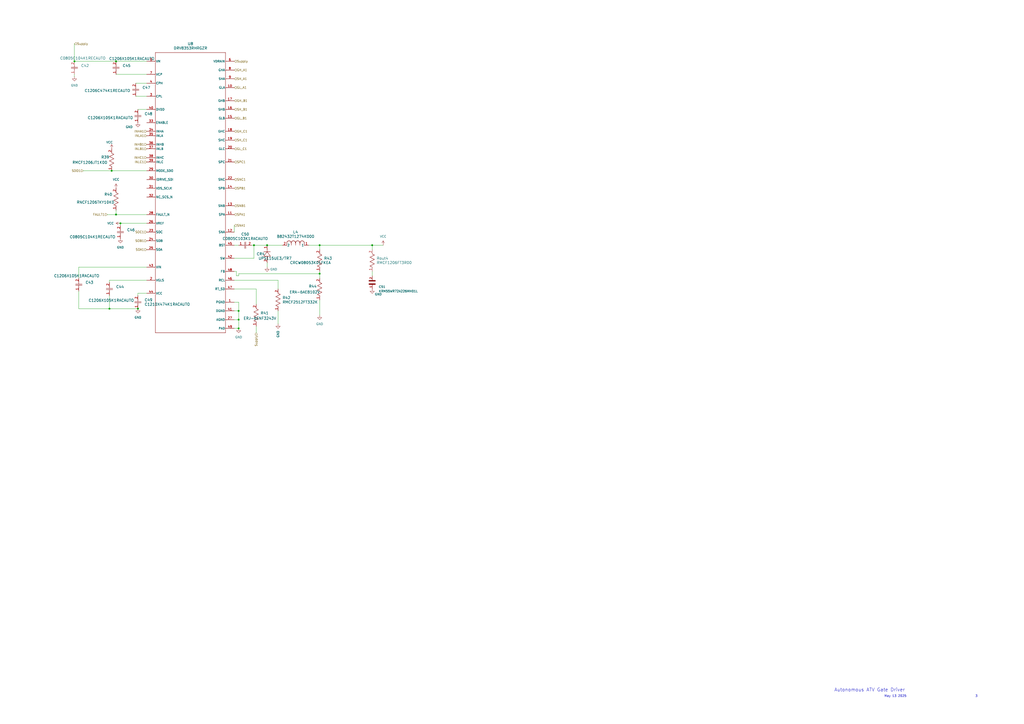
<source format=kicad_sch>
(kicad_sch
	(version 20250114)
	(generator "eeschema")
	(generator_version "9.0")
	(uuid "66c70677-4568-4e67-b7d8-669a7f8bf894")
	(paper "A2")
	(lib_symbols
		(symbol "Syms:B82432T1274K000"
			(pin_names
				(offset 0.254)
			)
			(exclude_from_sim no)
			(in_bom yes)
			(on_board yes)
			(property "Reference" "L"
				(at 6.985 5.08 0)
				(effects
					(font
						(size 1.524 1.524)
					)
				)
			)
			(property "Value" "B82432T1274K000"
				(at 6.985 -2.54 0)
				(effects
					(font
						(size 1.524 1.524)
					)
				)
			)
			(property "Footprint" "IND_EPCOS_B82432T_EPC"
				(at 0 0 0)
				(effects
					(font
						(size 1.27 1.27)
						(italic yes)
					)
					(hide yes)
				)
			)
			(property "Datasheet" "B82432T1274K000"
				(at 0 0 0)
				(effects
					(font
						(size 1.27 1.27)
						(italic yes)
					)
					(hide yes)
				)
			)
			(property "Description" ""
				(at 0 0 0)
				(effects
					(font
						(size 1.27 1.27)
					)
					(hide yes)
				)
			)
			(property "ki_locked" ""
				(at 0 0 0)
				(effects
					(font
						(size 1.27 1.27)
					)
				)
			)
			(property "ki_keywords" "B82432T1274K000"
				(at 0 0 0)
				(effects
					(font
						(size 1.27 1.27)
					)
					(hide yes)
				)
			)
			(property "ki_fp_filters" "IND_EPCOS_B82432T_EPC"
				(at 0 0 0)
				(effects
					(font
						(size 1.27 1.27)
					)
					(hide yes)
				)
			)
			(symbol "B82432T1274K000_1_1"
				(polyline
					(pts
						(xy 2.54 0) (xy 2.54 1.27)
					)
					(stroke
						(width 0.2032)
						(type default)
					)
					(fill
						(type none)
					)
				)
				(arc
					(start 2.54 1.27)
					(mid 3.81 2.5344)
					(end 5.08 1.27)
					(stroke
						(width 0.254)
						(type default)
					)
					(fill
						(type none)
					)
				)
				(polyline
					(pts
						(xy 5.08 0) (xy 5.08 1.27)
					)
					(stroke
						(width 0.2032)
						(type default)
					)
					(fill
						(type none)
					)
				)
				(arc
					(start 5.08 1.27)
					(mid 6.35 2.5344)
					(end 7.62 1.27)
					(stroke
						(width 0.254)
						(type default)
					)
					(fill
						(type none)
					)
				)
				(polyline
					(pts
						(xy 7.62 0) (xy 7.62 1.27)
					)
					(stroke
						(width 0.2032)
						(type default)
					)
					(fill
						(type none)
					)
				)
				(arc
					(start 7.62 1.27)
					(mid 8.89 2.5344)
					(end 10.16 1.27)
					(stroke
						(width 0.254)
						(type default)
					)
					(fill
						(type none)
					)
				)
				(polyline
					(pts
						(xy 10.16 0) (xy 10.16 1.27)
					)
					(stroke
						(width 0.2032)
						(type default)
					)
					(fill
						(type none)
					)
				)
				(arc
					(start 10.16 1.27)
					(mid 11.43 2.5344)
					(end 12.7 1.27)
					(stroke
						(width 0.254)
						(type default)
					)
					(fill
						(type none)
					)
				)
				(polyline
					(pts
						(xy 12.7 0) (xy 12.7 1.27)
					)
					(stroke
						(width 0.2032)
						(type default)
					)
					(fill
						(type none)
					)
				)
				(pin unspecified line
					(at 0 0 0)
					(length 2.54)
					(name "2"
						(effects
							(font
								(size 1.27 1.27)
							)
						)
					)
					(number "2"
						(effects
							(font
								(size 1.27 1.27)
							)
						)
					)
				)
				(pin unspecified line
					(at 15.24 0 180)
					(length 2.54)
					(name "1"
						(effects
							(font
								(size 1.27 1.27)
							)
						)
					)
					(number "1"
						(effects
							(font
								(size 1.27 1.27)
							)
						)
					)
				)
			)
			(symbol "B82432T1274K000_1_2"
				(arc
					(start -1.27 10.16)
					(mid -2.5344 11.43)
					(end -1.27 12.7)
					(stroke
						(width 0.254)
						(type default)
					)
					(fill
						(type none)
					)
				)
				(arc
					(start -1.27 7.62)
					(mid -2.5344 8.89)
					(end -1.27 10.16)
					(stroke
						(width 0.254)
						(type default)
					)
					(fill
						(type none)
					)
				)
				(arc
					(start -1.27 5.08)
					(mid -2.5344 6.35)
					(end -1.27 7.62)
					(stroke
						(width 0.254)
						(type default)
					)
					(fill
						(type none)
					)
				)
				(arc
					(start -1.27 2.54)
					(mid -2.5344 3.81)
					(end -1.27 5.08)
					(stroke
						(width 0.254)
						(type default)
					)
					(fill
						(type none)
					)
				)
				(polyline
					(pts
						(xy 0 12.7) (xy -1.27 12.7)
					)
					(stroke
						(width 0.2032)
						(type default)
					)
					(fill
						(type none)
					)
				)
				(polyline
					(pts
						(xy 0 10.16) (xy -1.27 10.16)
					)
					(stroke
						(width 0.2032)
						(type default)
					)
					(fill
						(type none)
					)
				)
				(polyline
					(pts
						(xy 0 7.62) (xy -1.27 7.62)
					)
					(stroke
						(width 0.2032)
						(type default)
					)
					(fill
						(type none)
					)
				)
				(polyline
					(pts
						(xy 0 5.08) (xy -1.27 5.08)
					)
					(stroke
						(width 0.2032)
						(type default)
					)
					(fill
						(type none)
					)
				)
				(polyline
					(pts
						(xy 0 2.54) (xy -1.27 2.54)
					)
					(stroke
						(width 0.2032)
						(type default)
					)
					(fill
						(type none)
					)
				)
				(pin unspecified line
					(at 0 15.24 270)
					(length 2.54)
					(name "1"
						(effects
							(font
								(size 1.27 1.27)
							)
						)
					)
					(number "1"
						(effects
							(font
								(size 1.27 1.27)
							)
						)
					)
				)
				(pin unspecified line
					(at 0 0 90)
					(length 2.54)
					(name "2"
						(effects
							(font
								(size 1.27 1.27)
							)
						)
					)
					(number "2"
						(effects
							(font
								(size 1.27 1.27)
							)
						)
					)
				)
			)
			(embedded_fonts no)
		)
		(symbol "Syms:C0805C103K1RACAUTO"
			(pin_names
				(offset 0.254)
			)
			(exclude_from_sim no)
			(in_bom yes)
			(on_board yes)
			(property "Reference" "C"
				(at 3.81 3.81 0)
				(effects
					(font
						(size 1.524 1.524)
					)
				)
			)
			(property "Value" "C0805C103K1RACAUTO"
				(at 3.81 -3.81 0)
				(effects
					(font
						(size 1.524 1.524)
					)
				)
			)
			(property "Footprint" "CAPC220145_88N_KEM"
				(at 0 0 0)
				(effects
					(font
						(size 1.27 1.27)
						(italic yes)
					)
					(hide yes)
				)
			)
			(property "Datasheet" "C0805C103K1RACAUTO"
				(at 0 0 0)
				(effects
					(font
						(size 1.27 1.27)
						(italic yes)
					)
					(hide yes)
				)
			)
			(property "Description" ""
				(at 0 0 0)
				(effects
					(font
						(size 1.27 1.27)
					)
					(hide yes)
				)
			)
			(property "ki_locked" ""
				(at 0 0 0)
				(effects
					(font
						(size 1.27 1.27)
					)
				)
			)
			(property "ki_keywords" "C0805C103K1RACAUTO"
				(at 0 0 0)
				(effects
					(font
						(size 1.27 1.27)
					)
					(hide yes)
				)
			)
			(property "ki_fp_filters" "CAPC220145_88N_KEM CAPC220145_88N_KEM-M CAPC220145_88N_KEM-L"
				(at 0 0 0)
				(effects
					(font
						(size 1.27 1.27)
					)
					(hide yes)
				)
			)
			(symbol "C0805C103K1RACAUTO_1_1"
				(polyline
					(pts
						(xy 2.54 0) (xy 3.4798 0)
					)
					(stroke
						(width 0.2032)
						(type default)
					)
					(fill
						(type none)
					)
				)
				(polyline
					(pts
						(xy 3.4798 -1.905) (xy 3.4798 1.905)
					)
					(stroke
						(width 0.2032)
						(type default)
					)
					(fill
						(type none)
					)
				)
				(polyline
					(pts
						(xy 4.1148 0) (xy 5.08 0)
					)
					(stroke
						(width 0.2032)
						(type default)
					)
					(fill
						(type none)
					)
				)
				(polyline
					(pts
						(xy 4.1148 -1.905) (xy 4.1148 1.905)
					)
					(stroke
						(width 0.2032)
						(type default)
					)
					(fill
						(type none)
					)
				)
				(pin unspecified line
					(at 0 0 0)
					(length 2.54)
					(name ""
						(effects
							(font
								(size 1.27 1.27)
							)
						)
					)
					(number "1"
						(effects
							(font
								(size 1.27 1.27)
							)
						)
					)
				)
				(pin unspecified line
					(at 7.62 0 180)
					(length 2.54)
					(name ""
						(effects
							(font
								(size 1.27 1.27)
							)
						)
					)
					(number "2"
						(effects
							(font
								(size 1.27 1.27)
							)
						)
					)
				)
			)
			(symbol "C0805C103K1RACAUTO_1_2"
				(polyline
					(pts
						(xy -1.905 -3.4798) (xy 1.905 -3.4798)
					)
					(stroke
						(width 0.2032)
						(type default)
					)
					(fill
						(type none)
					)
				)
				(polyline
					(pts
						(xy -1.905 -4.1148) (xy 1.905 -4.1148)
					)
					(stroke
						(width 0.2032)
						(type default)
					)
					(fill
						(type none)
					)
				)
				(polyline
					(pts
						(xy 0 -2.54) (xy 0 -3.4798)
					)
					(stroke
						(width 0.2032)
						(type default)
					)
					(fill
						(type none)
					)
				)
				(polyline
					(pts
						(xy 0 -4.1148) (xy 0 -5.08)
					)
					(stroke
						(width 0.2032)
						(type default)
					)
					(fill
						(type none)
					)
				)
				(pin unspecified line
					(at 0 0 270)
					(length 2.54)
					(name ""
						(effects
							(font
								(size 1.27 1.27)
							)
						)
					)
					(number "1"
						(effects
							(font
								(size 1.27 1.27)
							)
						)
					)
				)
				(pin unspecified line
					(at 0 -7.62 90)
					(length 2.54)
					(name ""
						(effects
							(font
								(size 1.27 1.27)
							)
						)
					)
					(number "2"
						(effects
							(font
								(size 1.27 1.27)
							)
						)
					)
				)
			)
			(embedded_fonts no)
		)
		(symbol "Syms:C0805C104K1RECAUTO"
			(pin_names
				(offset 0.254)
			)
			(exclude_from_sim no)
			(in_bom yes)
			(on_board yes)
			(property "Reference" "C"
				(at 3.81 3.81 0)
				(effects
					(font
						(size 1.524 1.524)
					)
				)
			)
			(property "Value" "C0805C104K1RECAUTO"
				(at 3.81 -3.81 0)
				(effects
					(font
						(size 1.524 1.524)
					)
				)
			)
			(property "Footprint" "CAPC220145_110N_KEM"
				(at 0 0 0)
				(effects
					(font
						(size 1.27 1.27)
						(italic yes)
					)
					(hide yes)
				)
			)
			(property "Datasheet" "C0805C104K1RECAUTO"
				(at 0 0 0)
				(effects
					(font
						(size 1.27 1.27)
						(italic yes)
					)
					(hide yes)
				)
			)
			(property "Description" ""
				(at 0 0 0)
				(effects
					(font
						(size 1.27 1.27)
					)
					(hide yes)
				)
			)
			(property "ki_locked" ""
				(at 0 0 0)
				(effects
					(font
						(size 1.27 1.27)
					)
				)
			)
			(property "ki_keywords" "C0805C104K1RECAUTO"
				(at 0 0 0)
				(effects
					(font
						(size 1.27 1.27)
					)
					(hide yes)
				)
			)
			(property "ki_fp_filters" "CAPC220145_110N_KEM CAPC220145_110N_KEM-M CAPC220145_110N_KEM-L"
				(at 0 0 0)
				(effects
					(font
						(size 1.27 1.27)
					)
					(hide yes)
				)
			)
			(symbol "C0805C104K1RECAUTO_1_1"
				(polyline
					(pts
						(xy 2.54 0) (xy 3.4798 0)
					)
					(stroke
						(width 0.2032)
						(type default)
					)
					(fill
						(type none)
					)
				)
				(polyline
					(pts
						(xy 3.4798 -1.905) (xy 3.4798 1.905)
					)
					(stroke
						(width 0.2032)
						(type default)
					)
					(fill
						(type none)
					)
				)
				(polyline
					(pts
						(xy 4.1148 0) (xy 5.08 0)
					)
					(stroke
						(width 0.2032)
						(type default)
					)
					(fill
						(type none)
					)
				)
				(polyline
					(pts
						(xy 4.1148 -1.905) (xy 4.1148 1.905)
					)
					(stroke
						(width 0.2032)
						(type default)
					)
					(fill
						(type none)
					)
				)
				(pin unspecified line
					(at 0 0 0)
					(length 2.54)
					(name ""
						(effects
							(font
								(size 1.27 1.27)
							)
						)
					)
					(number "1"
						(effects
							(font
								(size 1.27 1.27)
							)
						)
					)
				)
				(pin unspecified line
					(at 7.62 0 180)
					(length 2.54)
					(name ""
						(effects
							(font
								(size 1.27 1.27)
							)
						)
					)
					(number "2"
						(effects
							(font
								(size 1.27 1.27)
							)
						)
					)
				)
			)
			(symbol "C0805C104K1RECAUTO_1_2"
				(polyline
					(pts
						(xy -1.905 -3.4798) (xy 1.905 -3.4798)
					)
					(stroke
						(width 0.2032)
						(type default)
					)
					(fill
						(type none)
					)
				)
				(polyline
					(pts
						(xy -1.905 -4.1148) (xy 1.905 -4.1148)
					)
					(stroke
						(width 0.2032)
						(type default)
					)
					(fill
						(type none)
					)
				)
				(polyline
					(pts
						(xy 0 -2.54) (xy 0 -3.4798)
					)
					(stroke
						(width 0.2032)
						(type default)
					)
					(fill
						(type none)
					)
				)
				(polyline
					(pts
						(xy 0 -4.1148) (xy 0 -5.08)
					)
					(stroke
						(width 0.2032)
						(type default)
					)
					(fill
						(type none)
					)
				)
				(pin unspecified line
					(at 0 0 270)
					(length 2.54)
					(name ""
						(effects
							(font
								(size 1.27 1.27)
							)
						)
					)
					(number "1"
						(effects
							(font
								(size 1.27 1.27)
							)
						)
					)
				)
				(pin unspecified line
					(at 0 -7.62 90)
					(length 2.54)
					(name ""
						(effects
							(font
								(size 1.27 1.27)
							)
						)
					)
					(number "2"
						(effects
							(font
								(size 1.27 1.27)
							)
						)
					)
				)
			)
			(embedded_fonts no)
		)
		(symbol "Syms:C1206C474K1RECAUTO"
			(pin_names
				(offset 0.254)
			)
			(exclude_from_sim no)
			(in_bom yes)
			(on_board yes)
			(property "Reference" "C"
				(at 3.81 3.81 0)
				(effects
					(font
						(size 1.524 1.524)
					)
				)
			)
			(property "Value" "C1206C474K1RECAUTO"
				(at 3.81 -3.81 0)
				(effects
					(font
						(size 1.524 1.524)
					)
				)
			)
			(property "Footprint" "CAPC340180_180N_KEM"
				(at 0 0 0)
				(effects
					(font
						(size 1.27 1.27)
						(italic yes)
					)
					(hide yes)
				)
			)
			(property "Datasheet" "C1206C474K1RECAUTO"
				(at 0 0 0)
				(effects
					(font
						(size 1.27 1.27)
						(italic yes)
					)
					(hide yes)
				)
			)
			(property "Description" ""
				(at 0 0 0)
				(effects
					(font
						(size 1.27 1.27)
					)
					(hide yes)
				)
			)
			(property "ki_locked" ""
				(at 0 0 0)
				(effects
					(font
						(size 1.27 1.27)
					)
				)
			)
			(property "ki_keywords" "C1206C474K1RECAUTO"
				(at 0 0 0)
				(effects
					(font
						(size 1.27 1.27)
					)
					(hide yes)
				)
			)
			(property "ki_fp_filters" "CAPC340180_180N_KEM CAPC340180_180N_KEM-M CAPC340180_180N_KEM-L"
				(at 0 0 0)
				(effects
					(font
						(size 1.27 1.27)
					)
					(hide yes)
				)
			)
			(symbol "C1206C474K1RECAUTO_1_1"
				(polyline
					(pts
						(xy 2.54 0) (xy 3.4798 0)
					)
					(stroke
						(width 0.2032)
						(type default)
					)
					(fill
						(type none)
					)
				)
				(polyline
					(pts
						(xy 3.4798 -1.905) (xy 3.4798 1.905)
					)
					(stroke
						(width 0.2032)
						(type default)
					)
					(fill
						(type none)
					)
				)
				(polyline
					(pts
						(xy 4.1148 0) (xy 5.08 0)
					)
					(stroke
						(width 0.2032)
						(type default)
					)
					(fill
						(type none)
					)
				)
				(polyline
					(pts
						(xy 4.1148 -1.905) (xy 4.1148 1.905)
					)
					(stroke
						(width 0.2032)
						(type default)
					)
					(fill
						(type none)
					)
				)
				(pin unspecified line
					(at 0 0 0)
					(length 2.54)
					(name ""
						(effects
							(font
								(size 1.27 1.27)
							)
						)
					)
					(number "1"
						(effects
							(font
								(size 1.27 1.27)
							)
						)
					)
				)
				(pin unspecified line
					(at 7.62 0 180)
					(length 2.54)
					(name ""
						(effects
							(font
								(size 1.27 1.27)
							)
						)
					)
					(number "2"
						(effects
							(font
								(size 1.27 1.27)
							)
						)
					)
				)
			)
			(symbol "C1206C474K1RECAUTO_1_2"
				(polyline
					(pts
						(xy -1.905 -3.4798) (xy 1.905 -3.4798)
					)
					(stroke
						(width 0.2032)
						(type default)
					)
					(fill
						(type none)
					)
				)
				(polyline
					(pts
						(xy -1.905 -4.1148) (xy 1.905 -4.1148)
					)
					(stroke
						(width 0.2032)
						(type default)
					)
					(fill
						(type none)
					)
				)
				(polyline
					(pts
						(xy 0 -2.54) (xy 0 -3.4798)
					)
					(stroke
						(width 0.2032)
						(type default)
					)
					(fill
						(type none)
					)
				)
				(polyline
					(pts
						(xy 0 -4.1148) (xy 0 -5.08)
					)
					(stroke
						(width 0.2032)
						(type default)
					)
					(fill
						(type none)
					)
				)
				(pin unspecified line
					(at 0 0 270)
					(length 2.54)
					(name ""
						(effects
							(font
								(size 1.27 1.27)
							)
						)
					)
					(number "1"
						(effects
							(font
								(size 1.27 1.27)
							)
						)
					)
				)
				(pin unspecified line
					(at 0 -7.62 90)
					(length 2.54)
					(name ""
						(effects
							(font
								(size 1.27 1.27)
							)
						)
					)
					(number "2"
						(effects
							(font
								(size 1.27 1.27)
							)
						)
					)
				)
			)
			(embedded_fonts no)
		)
		(symbol "Syms:C1206X105K1RACAUTO"
			(pin_names
				(offset 0.254)
			)
			(exclude_from_sim no)
			(in_bom yes)
			(on_board yes)
			(property "Reference" "C"
				(at 3.81 3.81 0)
				(effects
					(font
						(size 1.524 1.524)
					)
				)
			)
			(property "Value" "C1206X105K1RACAUTO"
				(at 3.81 -3.81 0)
				(effects
					(font
						(size 1.524 1.524)
					)
				)
			)
			(property "Footprint" "CAPC370195_180N_KEM"
				(at 0 0 0)
				(effects
					(font
						(size 1.27 1.27)
						(italic yes)
					)
					(hide yes)
				)
			)
			(property "Datasheet" "C1206X105K1RACAUTO"
				(at 0 0 0)
				(effects
					(font
						(size 1.27 1.27)
						(italic yes)
					)
					(hide yes)
				)
			)
			(property "Description" ""
				(at 0 0 0)
				(effects
					(font
						(size 1.27 1.27)
					)
					(hide yes)
				)
			)
			(property "ki_locked" ""
				(at 0 0 0)
				(effects
					(font
						(size 1.27 1.27)
					)
				)
			)
			(property "ki_keywords" "C1206X105K1RACAUTO"
				(at 0 0 0)
				(effects
					(font
						(size 1.27 1.27)
					)
					(hide yes)
				)
			)
			(property "ki_fp_filters" "CAPC370195_180N_KEM CAPC370195_180N_KEM-M CAPC370195_180N_KEM-L"
				(at 0 0 0)
				(effects
					(font
						(size 1.27 1.27)
					)
					(hide yes)
				)
			)
			(symbol "C1206X105K1RACAUTO_1_1"
				(polyline
					(pts
						(xy 2.54 0) (xy 3.4798 0)
					)
					(stroke
						(width 0.2032)
						(type default)
					)
					(fill
						(type none)
					)
				)
				(polyline
					(pts
						(xy 3.4798 -1.905) (xy 3.4798 1.905)
					)
					(stroke
						(width 0.2032)
						(type default)
					)
					(fill
						(type none)
					)
				)
				(polyline
					(pts
						(xy 4.1148 0) (xy 5.08 0)
					)
					(stroke
						(width 0.2032)
						(type default)
					)
					(fill
						(type none)
					)
				)
				(polyline
					(pts
						(xy 4.1148 -1.905) (xy 4.1148 1.905)
					)
					(stroke
						(width 0.2032)
						(type default)
					)
					(fill
						(type none)
					)
				)
				(pin unspecified line
					(at 0 0 0)
					(length 2.54)
					(name ""
						(effects
							(font
								(size 1.27 1.27)
							)
						)
					)
					(number "1"
						(effects
							(font
								(size 1.27 1.27)
							)
						)
					)
				)
				(pin unspecified line
					(at 7.62 0 180)
					(length 2.54)
					(name ""
						(effects
							(font
								(size 1.27 1.27)
							)
						)
					)
					(number "2"
						(effects
							(font
								(size 1.27 1.27)
							)
						)
					)
				)
			)
			(symbol "C1206X105K1RACAUTO_1_2"
				(polyline
					(pts
						(xy -1.905 -3.4798) (xy 1.905 -3.4798)
					)
					(stroke
						(width 0.2032)
						(type default)
					)
					(fill
						(type none)
					)
				)
				(polyline
					(pts
						(xy -1.905 -4.1148) (xy 1.905 -4.1148)
					)
					(stroke
						(width 0.2032)
						(type default)
					)
					(fill
						(type none)
					)
				)
				(polyline
					(pts
						(xy 0 -2.54) (xy 0 -3.4798)
					)
					(stroke
						(width 0.2032)
						(type default)
					)
					(fill
						(type none)
					)
				)
				(polyline
					(pts
						(xy 0 -4.1148) (xy 0 -5.08)
					)
					(stroke
						(width 0.2032)
						(type default)
					)
					(fill
						(type none)
					)
				)
				(pin unspecified line
					(at 0 0 270)
					(length 2.54)
					(name ""
						(effects
							(font
								(size 1.27 1.27)
							)
						)
					)
					(number "1"
						(effects
							(font
								(size 1.27 1.27)
							)
						)
					)
				)
				(pin unspecified line
					(at 0 -7.62 90)
					(length 2.54)
					(name ""
						(effects
							(font
								(size 1.27 1.27)
							)
						)
					)
					(number "2"
						(effects
							(font
								(size 1.27 1.27)
							)
						)
					)
				)
			)
			(embedded_fonts no)
		)
		(symbol "Syms:C1210X474K1RACAUTO"
			(pin_names
				(offset 0.254)
			)
			(exclude_from_sim no)
			(in_bom yes)
			(on_board yes)
			(property "Reference" "C"
				(at 3.81 3.81 0)
				(effects
					(font
						(size 1.524 1.524)
					)
				)
			)
			(property "Value" "C1210X474K1RACAUTO"
				(at 3.81 -3.81 0)
				(effects
					(font
						(size 1.524 1.524)
					)
				)
			)
			(property "Footprint" "CAPC370290_115N_KEM"
				(at 0 0 0)
				(effects
					(font
						(size 1.27 1.27)
						(italic yes)
					)
					(hide yes)
				)
			)
			(property "Datasheet" "C1210X474K1RACAUTO"
				(at 0 0 0)
				(effects
					(font
						(size 1.27 1.27)
						(italic yes)
					)
					(hide yes)
				)
			)
			(property "Description" ""
				(at 0 0 0)
				(effects
					(font
						(size 1.27 1.27)
					)
					(hide yes)
				)
			)
			(property "ki_locked" ""
				(at 0 0 0)
				(effects
					(font
						(size 1.27 1.27)
					)
				)
			)
			(property "ki_keywords" "C1210X474K1RACAUTO"
				(at 0 0 0)
				(effects
					(font
						(size 1.27 1.27)
					)
					(hide yes)
				)
			)
			(property "ki_fp_filters" "CAPC370290_115N_KEM CAPC370290_115N_KEM-M CAPC370290_115N_KEM-L"
				(at 0 0 0)
				(effects
					(font
						(size 1.27 1.27)
					)
					(hide yes)
				)
			)
			(symbol "C1210X474K1RACAUTO_1_1"
				(polyline
					(pts
						(xy 2.54 0) (xy 3.4798 0)
					)
					(stroke
						(width 0.2032)
						(type default)
					)
					(fill
						(type none)
					)
				)
				(polyline
					(pts
						(xy 3.4798 -1.905) (xy 3.4798 1.905)
					)
					(stroke
						(width 0.2032)
						(type default)
					)
					(fill
						(type none)
					)
				)
				(polyline
					(pts
						(xy 4.1148 0) (xy 5.08 0)
					)
					(stroke
						(width 0.2032)
						(type default)
					)
					(fill
						(type none)
					)
				)
				(polyline
					(pts
						(xy 4.1148 -1.905) (xy 4.1148 1.905)
					)
					(stroke
						(width 0.2032)
						(type default)
					)
					(fill
						(type none)
					)
				)
				(pin unspecified line
					(at 0 0 0)
					(length 2.54)
					(name ""
						(effects
							(font
								(size 1.27 1.27)
							)
						)
					)
					(number "1"
						(effects
							(font
								(size 1.27 1.27)
							)
						)
					)
				)
				(pin unspecified line
					(at 7.62 0 180)
					(length 2.54)
					(name ""
						(effects
							(font
								(size 1.27 1.27)
							)
						)
					)
					(number "2"
						(effects
							(font
								(size 1.27 1.27)
							)
						)
					)
				)
			)
			(symbol "C1210X474K1RACAUTO_1_2"
				(polyline
					(pts
						(xy -1.905 -3.4798) (xy 1.905 -3.4798)
					)
					(stroke
						(width 0.2032)
						(type default)
					)
					(fill
						(type none)
					)
				)
				(polyline
					(pts
						(xy -1.905 -4.1148) (xy 1.905 -4.1148)
					)
					(stroke
						(width 0.2032)
						(type default)
					)
					(fill
						(type none)
					)
				)
				(polyline
					(pts
						(xy 0 -2.54) (xy 0 -3.4798)
					)
					(stroke
						(width 0.2032)
						(type default)
					)
					(fill
						(type none)
					)
				)
				(polyline
					(pts
						(xy 0 -4.1148) (xy 0 -5.08)
					)
					(stroke
						(width 0.2032)
						(type default)
					)
					(fill
						(type none)
					)
				)
				(pin unspecified line
					(at 0 0 270)
					(length 2.54)
					(name ""
						(effects
							(font
								(size 1.27 1.27)
							)
						)
					)
					(number "1"
						(effects
							(font
								(size 1.27 1.27)
							)
						)
					)
				)
				(pin unspecified line
					(at 0 -7.62 90)
					(length 2.54)
					(name ""
						(effects
							(font
								(size 1.27 1.27)
							)
						)
					)
					(number "2"
						(effects
							(font
								(size 1.27 1.27)
							)
						)
					)
				)
			)
			(embedded_fonts no)
		)
		(symbol "Syms:CRCW08053K01FKEA"
			(pin_names
				(offset 0.254)
			)
			(exclude_from_sim no)
			(in_bom yes)
			(on_board yes)
			(property "Reference" "R"
				(at 5.715 3.81 0)
				(effects
					(font
						(size 1.524 1.524)
					)
				)
			)
			(property "Value" "CRCW08053K01FKEA"
				(at 6.35 -3.81 0)
				(effects
					(font
						(size 1.524 1.524)
					)
				)
			)
			(property "Footprint" "RES_CRCW_0805"
				(at 0 0 0)
				(effects
					(font
						(size 1.27 1.27)
						(italic yes)
					)
					(hide yes)
				)
			)
			(property "Datasheet" "CRCW08053K01FKEA"
				(at 0 0 0)
				(effects
					(font
						(size 1.27 1.27)
						(italic yes)
					)
					(hide yes)
				)
			)
			(property "Description" ""
				(at 0 0 0)
				(effects
					(font
						(size 1.27 1.27)
					)
					(hide yes)
				)
			)
			(property "ki_locked" ""
				(at 0 0 0)
				(effects
					(font
						(size 1.27 1.27)
					)
				)
			)
			(property "ki_keywords" "CRCW08053K01FKEA"
				(at 0 0 0)
				(effects
					(font
						(size 1.27 1.27)
					)
					(hide yes)
				)
			)
			(property "ki_fp_filters" "RES_CRCW_0805 RES_CRCW_0805-M RES_CRCW_0805-L"
				(at 0 0 0)
				(effects
					(font
						(size 1.27 1.27)
					)
					(hide yes)
				)
			)
			(symbol "CRCW08053K01FKEA_1_1"
				(polyline
					(pts
						(xy 2.54 0) (xy 3.175 1.27)
					)
					(stroke
						(width 0.2032)
						(type default)
					)
					(fill
						(type none)
					)
				)
				(polyline
					(pts
						(xy 3.175 1.27) (xy 4.445 -1.27)
					)
					(stroke
						(width 0.2032)
						(type default)
					)
					(fill
						(type none)
					)
				)
				(polyline
					(pts
						(xy 4.445 -1.27) (xy 5.715 1.27)
					)
					(stroke
						(width 0.2032)
						(type default)
					)
					(fill
						(type none)
					)
				)
				(polyline
					(pts
						(xy 5.715 1.27) (xy 6.985 -1.27)
					)
					(stroke
						(width 0.2032)
						(type default)
					)
					(fill
						(type none)
					)
				)
				(polyline
					(pts
						(xy 6.985 -1.27) (xy 8.255 1.27)
					)
					(stroke
						(width 0.2032)
						(type default)
					)
					(fill
						(type none)
					)
				)
				(polyline
					(pts
						(xy 8.255 1.27) (xy 9.525 -1.27)
					)
					(stroke
						(width 0.2032)
						(type default)
					)
					(fill
						(type none)
					)
				)
				(polyline
					(pts
						(xy 9.525 -1.27) (xy 10.16 0)
					)
					(stroke
						(width 0.2032)
						(type default)
					)
					(fill
						(type none)
					)
				)
				(pin unspecified line
					(at 0 0 0)
					(length 2.54)
					(name ""
						(effects
							(font
								(size 1.27 1.27)
							)
						)
					)
					(number "2"
						(effects
							(font
								(size 1.27 1.27)
							)
						)
					)
				)
				(pin unspecified line
					(at 12.7 0 180)
					(length 2.54)
					(name ""
						(effects
							(font
								(size 1.27 1.27)
							)
						)
					)
					(number "1"
						(effects
							(font
								(size 1.27 1.27)
							)
						)
					)
				)
			)
			(symbol "CRCW08053K01FKEA_1_2"
				(polyline
					(pts
						(xy -1.27 8.255) (xy 1.27 9.525)
					)
					(stroke
						(width 0.2032)
						(type default)
					)
					(fill
						(type none)
					)
				)
				(polyline
					(pts
						(xy -1.27 5.715) (xy 1.27 6.985)
					)
					(stroke
						(width 0.2032)
						(type default)
					)
					(fill
						(type none)
					)
				)
				(polyline
					(pts
						(xy -1.27 3.175) (xy 1.27 4.445)
					)
					(stroke
						(width 0.2032)
						(type default)
					)
					(fill
						(type none)
					)
				)
				(polyline
					(pts
						(xy 0 2.54) (xy -1.27 3.175)
					)
					(stroke
						(width 0.2032)
						(type default)
					)
					(fill
						(type none)
					)
				)
				(polyline
					(pts
						(xy 1.27 9.525) (xy 0 10.16)
					)
					(stroke
						(width 0.2032)
						(type default)
					)
					(fill
						(type none)
					)
				)
				(polyline
					(pts
						(xy 1.27 6.985) (xy -1.27 8.255)
					)
					(stroke
						(width 0.2032)
						(type default)
					)
					(fill
						(type none)
					)
				)
				(polyline
					(pts
						(xy 1.27 4.445) (xy -1.27 5.715)
					)
					(stroke
						(width 0.2032)
						(type default)
					)
					(fill
						(type none)
					)
				)
				(pin unspecified line
					(at 0 12.7 270)
					(length 2.54)
					(name ""
						(effects
							(font
								(size 1.27 1.27)
							)
						)
					)
					(number "1"
						(effects
							(font
								(size 1.27 1.27)
							)
						)
					)
				)
				(pin unspecified line
					(at 0 0 90)
					(length 2.54)
					(name ""
						(effects
							(font
								(size 1.27 1.27)
							)
						)
					)
					(number "2"
						(effects
							(font
								(size 1.27 1.27)
							)
						)
					)
				)
			)
			(embedded_fonts no)
		)
		(symbol "Syms:DRV8353RHRGZR"
			(pin_names
				(offset 0.254)
			)
			(exclude_from_sim no)
			(in_bom yes)
			(on_board yes)
			(property "Reference" "U"
				(at 0 2.54 0)
				(effects
					(font
						(size 1.524 1.524)
					)
				)
			)
			(property "Value" "DRV8353RHRGZR"
				(at 0 0 0)
				(effects
					(font
						(size 1.524 1.524)
					)
				)
			)
			(property "Footprint" "RGZ0048L"
				(at 0 0 0)
				(effects
					(font
						(size 1.27 1.27)
						(italic yes)
					)
					(hide yes)
				)
			)
			(property "Datasheet" "DRV8353RHRGZR"
				(at 0 0 0)
				(effects
					(font
						(size 1.27 1.27)
						(italic yes)
					)
					(hide yes)
				)
			)
			(property "Description" ""
				(at 0 0 0)
				(effects
					(font
						(size 1.27 1.27)
					)
					(hide yes)
				)
			)
			(property "ki_locked" ""
				(at 0 0 0)
				(effects
					(font
						(size 1.27 1.27)
					)
				)
			)
			(property "ki_keywords" "DRV8353RHRGZR"
				(at 0 0 0)
				(effects
					(font
						(size 1.27 1.27)
					)
					(hide yes)
				)
			)
			(property "ki_fp_filters" "RGZ0048L"
				(at 0 0 0)
				(effects
					(font
						(size 1.27 1.27)
					)
					(hide yes)
				)
			)
			(symbol "DRV8353RHRGZR_0_1"
				(polyline
					(pts
						(xy -20.32 81.28) (xy -20.32 -81.28)
					)
					(stroke
						(width 0.2032)
						(type default)
					)
					(fill
						(type none)
					)
				)
				(polyline
					(pts
						(xy -20.32 -81.28) (xy 20.32 -81.28)
					)
					(stroke
						(width 0.2032)
						(type default)
					)
					(fill
						(type none)
					)
				)
				(polyline
					(pts
						(xy 20.32 81.28) (xy -20.32 81.28)
					)
					(stroke
						(width 0.2032)
						(type default)
					)
					(fill
						(type none)
					)
				)
				(polyline
					(pts
						(xy 20.32 -81.28) (xy 20.32 81.28)
					)
					(stroke
						(width 0.2032)
						(type default)
					)
					(fill
						(type none)
					)
				)
				(pin power_in line
					(at -25.4 76.2 0)
					(length 5.08)
					(name "VM"
						(effects
							(font
								(size 1.27 1.27)
							)
						)
					)
					(number "5"
						(effects
							(font
								(size 1.27 1.27)
							)
						)
					)
				)
				(pin power_in line
					(at -25.4 68.58 0)
					(length 5.08)
					(name "VCP"
						(effects
							(font
								(size 1.27 1.27)
							)
						)
					)
					(number "7"
						(effects
							(font
								(size 1.27 1.27)
							)
						)
					)
				)
				(pin power_in line
					(at -25.4 63.5 0)
					(length 5.08)
					(name "CPH"
						(effects
							(font
								(size 1.27 1.27)
							)
						)
					)
					(number "4"
						(effects
							(font
								(size 1.27 1.27)
							)
						)
					)
				)
				(pin power_in line
					(at -25.4 55.88 0)
					(length 5.08)
					(name "CPL"
						(effects
							(font
								(size 1.27 1.27)
							)
						)
					)
					(number "3"
						(effects
							(font
								(size 1.27 1.27)
							)
						)
					)
				)
				(pin power_in line
					(at -25.4 48.26 0)
					(length 5.08)
					(name "DVDD"
						(effects
							(font
								(size 1.27 1.27)
							)
						)
					)
					(number "40"
						(effects
							(font
								(size 1.27 1.27)
							)
						)
					)
				)
				(pin input line
					(at -25.4 40.64 0)
					(length 5.08)
					(name "ENABLE"
						(effects
							(font
								(size 1.27 1.27)
							)
						)
					)
					(number "33"
						(effects
							(font
								(size 1.27 1.27)
							)
						)
					)
				)
				(pin input line
					(at -25.4 35.56 0)
					(length 5.08)
					(name "INHA"
						(effects
							(font
								(size 1.27 1.27)
							)
						)
					)
					(number "34"
						(effects
							(font
								(size 1.27 1.27)
							)
						)
					)
				)
				(pin input line
					(at -25.4 33.02 0)
					(length 5.08)
					(name "INLA"
						(effects
							(font
								(size 1.27 1.27)
							)
						)
					)
					(number "35"
						(effects
							(font
								(size 1.27 1.27)
							)
						)
					)
				)
				(pin input line
					(at -25.4 27.94 0)
					(length 5.08)
					(name "INHB"
						(effects
							(font
								(size 1.27 1.27)
							)
						)
					)
					(number "36"
						(effects
							(font
								(size 1.27 1.27)
							)
						)
					)
				)
				(pin input line
					(at -25.4 25.4 0)
					(length 5.08)
					(name "INLB"
						(effects
							(font
								(size 1.27 1.27)
							)
						)
					)
					(number "37"
						(effects
							(font
								(size 1.27 1.27)
							)
						)
					)
				)
				(pin input line
					(at -25.4 20.32 0)
					(length 5.08)
					(name "INHC"
						(effects
							(font
								(size 1.27 1.27)
							)
						)
					)
					(number "38"
						(effects
							(font
								(size 1.27 1.27)
							)
						)
					)
				)
				(pin input line
					(at -25.4 17.78 0)
					(length 5.08)
					(name "INLC"
						(effects
							(font
								(size 1.27 1.27)
							)
						)
					)
					(number "39"
						(effects
							(font
								(size 1.27 1.27)
							)
						)
					)
				)
				(pin bidirectional line
					(at -25.4 12.7 0)
					(length 5.08)
					(name "MODE_SDO"
						(effects
							(font
								(size 1.27 1.27)
							)
						)
					)
					(number "29"
						(effects
							(font
								(size 1.27 1.27)
							)
						)
					)
				)
				(pin input line
					(at -25.4 7.62 0)
					(length 5.08)
					(name "IDRIVE_SDI"
						(effects
							(font
								(size 1.27 1.27)
							)
						)
					)
					(number "30"
						(effects
							(font
								(size 1.27 1.27)
							)
						)
					)
				)
				(pin input line
					(at -25.4 2.54 0)
					(length 5.08)
					(name "VDS_SCLK"
						(effects
							(font
								(size 1.27 1.27)
							)
						)
					)
					(number "31"
						(effects
							(font
								(size 1.27 1.27)
							)
						)
					)
				)
				(pin input line
					(at -25.4 -2.54 0)
					(length 5.08)
					(name "NC_SCS_N"
						(effects
							(font
								(size 1.27 1.27)
							)
						)
					)
					(number "32"
						(effects
							(font
								(size 1.27 1.27)
							)
						)
					)
				)
				(pin open_collector line
					(at -25.4 -12.7 0)
					(length 5.08)
					(name "FAULT_N"
						(effects
							(font
								(size 1.27 1.27)
							)
						)
					)
					(number "28"
						(effects
							(font
								(size 1.27 1.27)
							)
						)
					)
				)
				(pin power_in line
					(at -25.4 -17.78 0)
					(length 5.08)
					(name "VREF"
						(effects
							(font
								(size 1.27 1.27)
							)
						)
					)
					(number "26"
						(effects
							(font
								(size 1.27 1.27)
							)
						)
					)
				)
				(pin output line
					(at -25.4 -22.86 0)
					(length 5.08)
					(name "SOC"
						(effects
							(font
								(size 1.27 1.27)
							)
						)
					)
					(number "23"
						(effects
							(font
								(size 1.27 1.27)
							)
						)
					)
				)
				(pin output line
					(at -25.4 -27.94 0)
					(length 5.08)
					(name "SOB"
						(effects
							(font
								(size 1.27 1.27)
							)
						)
					)
					(number "24"
						(effects
							(font
								(size 1.27 1.27)
							)
						)
					)
				)
				(pin output line
					(at -25.4 -33.02 0)
					(length 5.08)
					(name "SOA"
						(effects
							(font
								(size 1.27 1.27)
							)
						)
					)
					(number "25"
						(effects
							(font
								(size 1.27 1.27)
							)
						)
					)
				)
				(pin power_in line
					(at -25.4 -43.18 0)
					(length 5.08)
					(name "VIN"
						(effects
							(font
								(size 1.27 1.27)
							)
						)
					)
					(number "43"
						(effects
							(font
								(size 1.27 1.27)
							)
						)
					)
				)
				(pin power_in line
					(at -25.4 -50.8 0)
					(length 5.08)
					(name "VGLS"
						(effects
							(font
								(size 1.27 1.27)
							)
						)
					)
					(number "2"
						(effects
							(font
								(size 1.27 1.27)
							)
						)
					)
				)
				(pin power_in line
					(at -25.4 -58.42 0)
					(length 5.08)
					(name "VCC"
						(effects
							(font
								(size 1.27 1.27)
							)
						)
					)
					(number "44"
						(effects
							(font
								(size 1.27 1.27)
							)
						)
					)
				)
				(pin input line
					(at 25.4 76.2 180)
					(length 5.08)
					(name "VDRAIN"
						(effects
							(font
								(size 1.27 1.27)
							)
						)
					)
					(number "6"
						(effects
							(font
								(size 1.27 1.27)
							)
						)
					)
				)
				(pin output line
					(at 25.4 71.12 180)
					(length 5.08)
					(name "GHA"
						(effects
							(font
								(size 1.27 1.27)
							)
						)
					)
					(number "8"
						(effects
							(font
								(size 1.27 1.27)
							)
						)
					)
				)
				(pin input line
					(at 25.4 66.04 180)
					(length 5.08)
					(name "SHA"
						(effects
							(font
								(size 1.27 1.27)
							)
						)
					)
					(number "9"
						(effects
							(font
								(size 1.27 1.27)
							)
						)
					)
				)
				(pin output line
					(at 25.4 60.96 180)
					(length 5.08)
					(name "GLA"
						(effects
							(font
								(size 1.27 1.27)
							)
						)
					)
					(number "10"
						(effects
							(font
								(size 1.27 1.27)
							)
						)
					)
				)
				(pin output line
					(at 25.4 53.34 180)
					(length 5.08)
					(name "GHB"
						(effects
							(font
								(size 1.27 1.27)
							)
						)
					)
					(number "17"
						(effects
							(font
								(size 1.27 1.27)
							)
						)
					)
				)
				(pin input line
					(at 25.4 48.26 180)
					(length 5.08)
					(name "SHB"
						(effects
							(font
								(size 1.27 1.27)
							)
						)
					)
					(number "16"
						(effects
							(font
								(size 1.27 1.27)
							)
						)
					)
				)
				(pin output line
					(at 25.4 43.18 180)
					(length 5.08)
					(name "GLB"
						(effects
							(font
								(size 1.27 1.27)
							)
						)
					)
					(number "15"
						(effects
							(font
								(size 1.27 1.27)
							)
						)
					)
				)
				(pin output line
					(at 25.4 35.56 180)
					(length 5.08)
					(name "GHC"
						(effects
							(font
								(size 1.27 1.27)
							)
						)
					)
					(number "18"
						(effects
							(font
								(size 1.27 1.27)
							)
						)
					)
				)
				(pin input line
					(at 25.4 30.48 180)
					(length 5.08)
					(name "SHC"
						(effects
							(font
								(size 1.27 1.27)
							)
						)
					)
					(number "19"
						(effects
							(font
								(size 1.27 1.27)
							)
						)
					)
				)
				(pin output line
					(at 25.4 25.4 180)
					(length 5.08)
					(name "GLC"
						(effects
							(font
								(size 1.27 1.27)
							)
						)
					)
					(number "20"
						(effects
							(font
								(size 1.27 1.27)
							)
						)
					)
				)
				(pin input line
					(at 25.4 17.78 180)
					(length 5.08)
					(name "SPC"
						(effects
							(font
								(size 1.27 1.27)
							)
						)
					)
					(number "21"
						(effects
							(font
								(size 1.27 1.27)
							)
						)
					)
				)
				(pin input line
					(at 25.4 7.62 180)
					(length 5.08)
					(name "SNC"
						(effects
							(font
								(size 1.27 1.27)
							)
						)
					)
					(number "22"
						(effects
							(font
								(size 1.27 1.27)
							)
						)
					)
				)
				(pin input line
					(at 25.4 2.54 180)
					(length 5.08)
					(name "SPB"
						(effects
							(font
								(size 1.27 1.27)
							)
						)
					)
					(number "14"
						(effects
							(font
								(size 1.27 1.27)
							)
						)
					)
				)
				(pin input line
					(at 25.4 -7.62 180)
					(length 5.08)
					(name "SNB"
						(effects
							(font
								(size 1.27 1.27)
							)
						)
					)
					(number "13"
						(effects
							(font
								(size 1.27 1.27)
							)
						)
					)
				)
				(pin input line
					(at 25.4 -12.7 180)
					(length 5.08)
					(name "SPA"
						(effects
							(font
								(size 1.27 1.27)
							)
						)
					)
					(number "11"
						(effects
							(font
								(size 1.27 1.27)
							)
						)
					)
				)
				(pin input line
					(at 25.4 -22.86 180)
					(length 5.08)
					(name "SNA"
						(effects
							(font
								(size 1.27 1.27)
							)
						)
					)
					(number "12"
						(effects
							(font
								(size 1.27 1.27)
							)
						)
					)
				)
				(pin power_in line
					(at 25.4 -30.48 180)
					(length 5.08)
					(name "BST"
						(effects
							(font
								(size 1.27 1.27)
							)
						)
					)
					(number "45"
						(effects
							(font
								(size 1.27 1.27)
							)
						)
					)
				)
				(pin power_in line
					(at 25.4 -38.1 180)
					(length 5.08)
					(name "SW"
						(effects
							(font
								(size 1.27 1.27)
							)
						)
					)
					(number "42"
						(effects
							(font
								(size 1.27 1.27)
							)
						)
					)
				)
				(pin input line
					(at 25.4 -45.72 180)
					(length 5.08)
					(name "FB"
						(effects
							(font
								(size 1.27 1.27)
							)
						)
					)
					(number "48"
						(effects
							(font
								(size 1.27 1.27)
							)
						)
					)
				)
				(pin input line
					(at 25.4 -50.8 180)
					(length 5.08)
					(name "RCL"
						(effects
							(font
								(size 1.27 1.27)
							)
						)
					)
					(number "46"
						(effects
							(font
								(size 1.27 1.27)
							)
						)
					)
				)
				(pin input line
					(at 25.4 -55.88 180)
					(length 5.08)
					(name "RT_SD"
						(effects
							(font
								(size 1.27 1.27)
							)
						)
					)
					(number "47"
						(effects
							(font
								(size 1.27 1.27)
							)
						)
					)
				)
				(pin power_in line
					(at 25.4 -63.5 180)
					(length 5.08)
					(name "PGND"
						(effects
							(font
								(size 1.27 1.27)
							)
						)
					)
					(number "1"
						(effects
							(font
								(size 1.27 1.27)
							)
						)
					)
				)
				(pin power_in line
					(at 25.4 -68.58 180)
					(length 5.08)
					(name "DGND"
						(effects
							(font
								(size 1.27 1.27)
							)
						)
					)
					(number "41"
						(effects
							(font
								(size 1.27 1.27)
							)
						)
					)
				)
				(pin power_in line
					(at 25.4 -73.66 180)
					(length 5.08)
					(name "AGND"
						(effects
							(font
								(size 1.27 1.27)
							)
						)
					)
					(number "27"
						(effects
							(font
								(size 1.27 1.27)
							)
						)
					)
				)
				(pin power_in line
					(at 25.4 -78.74 180)
					(length 5.08)
					(name "PAD"
						(effects
							(font
								(size 1.27 1.27)
							)
						)
					)
					(number "49"
						(effects
							(font
								(size 1.27 1.27)
							)
						)
					)
				)
			)
			(embedded_fonts no)
		)
		(symbol "Syms:ERA-6AEB102V"
			(pin_names
				(offset 0.254)
			)
			(exclude_from_sim no)
			(in_bom yes)
			(on_board yes)
			(property "Reference" "R"
				(at 5.715 3.81 0)
				(effects
					(font
						(size 1.524 1.524)
					)
				)
			)
			(property "Value" "ERA-6AEB102V"
				(at 6.35 -3.81 0)
				(effects
					(font
						(size 1.524 1.524)
					)
				)
			)
			(property "Footprint" "RC0805N_PAN"
				(at 0 0 0)
				(effects
					(font
						(size 1.27 1.27)
						(italic yes)
					)
					(hide yes)
				)
			)
			(property "Datasheet" "ERA-6AEB102V"
				(at 0 0 0)
				(effects
					(font
						(size 1.27 1.27)
						(italic yes)
					)
					(hide yes)
				)
			)
			(property "Description" ""
				(at 0 0 0)
				(effects
					(font
						(size 1.27 1.27)
					)
					(hide yes)
				)
			)
			(property "ki_locked" ""
				(at 0 0 0)
				(effects
					(font
						(size 1.27 1.27)
					)
				)
			)
			(property "ki_keywords" "ERA-6AEB102V"
				(at 0 0 0)
				(effects
					(font
						(size 1.27 1.27)
					)
					(hide yes)
				)
			)
			(property "ki_fp_filters" "RC0805N_PAN RC0805N_PAN-M RC0805N_PAN-L"
				(at 0 0 0)
				(effects
					(font
						(size 1.27 1.27)
					)
					(hide yes)
				)
			)
			(symbol "ERA-6AEB102V_1_1"
				(polyline
					(pts
						(xy 2.54 0) (xy 3.175 1.27)
					)
					(stroke
						(width 0.2032)
						(type default)
					)
					(fill
						(type none)
					)
				)
				(polyline
					(pts
						(xy 3.175 1.27) (xy 4.445 -1.27)
					)
					(stroke
						(width 0.2032)
						(type default)
					)
					(fill
						(type none)
					)
				)
				(polyline
					(pts
						(xy 4.445 -1.27) (xy 5.715 1.27)
					)
					(stroke
						(width 0.2032)
						(type default)
					)
					(fill
						(type none)
					)
				)
				(polyline
					(pts
						(xy 5.715 1.27) (xy 6.985 -1.27)
					)
					(stroke
						(width 0.2032)
						(type default)
					)
					(fill
						(type none)
					)
				)
				(polyline
					(pts
						(xy 6.985 -1.27) (xy 8.255 1.27)
					)
					(stroke
						(width 0.2032)
						(type default)
					)
					(fill
						(type none)
					)
				)
				(polyline
					(pts
						(xy 8.255 1.27) (xy 9.525 -1.27)
					)
					(stroke
						(width 0.2032)
						(type default)
					)
					(fill
						(type none)
					)
				)
				(polyline
					(pts
						(xy 9.525 -1.27) (xy 10.16 0)
					)
					(stroke
						(width 0.2032)
						(type default)
					)
					(fill
						(type none)
					)
				)
				(pin unspecified line
					(at 0 0 0)
					(length 2.54)
					(name ""
						(effects
							(font
								(size 1.27 1.27)
							)
						)
					)
					(number "2"
						(effects
							(font
								(size 1.27 1.27)
							)
						)
					)
				)
				(pin unspecified line
					(at 12.7 0 180)
					(length 2.54)
					(name ""
						(effects
							(font
								(size 1.27 1.27)
							)
						)
					)
					(number "1"
						(effects
							(font
								(size 1.27 1.27)
							)
						)
					)
				)
			)
			(symbol "ERA-6AEB102V_1_2"
				(polyline
					(pts
						(xy -1.27 8.255) (xy 1.27 9.525)
					)
					(stroke
						(width 0.2032)
						(type default)
					)
					(fill
						(type none)
					)
				)
				(polyline
					(pts
						(xy -1.27 5.715) (xy 1.27 6.985)
					)
					(stroke
						(width 0.2032)
						(type default)
					)
					(fill
						(type none)
					)
				)
				(polyline
					(pts
						(xy -1.27 3.175) (xy 1.27 4.445)
					)
					(stroke
						(width 0.2032)
						(type default)
					)
					(fill
						(type none)
					)
				)
				(polyline
					(pts
						(xy 0 2.54) (xy -1.27 3.175)
					)
					(stroke
						(width 0.2032)
						(type default)
					)
					(fill
						(type none)
					)
				)
				(polyline
					(pts
						(xy 1.27 9.525) (xy 0 10.16)
					)
					(stroke
						(width 0.2032)
						(type default)
					)
					(fill
						(type none)
					)
				)
				(polyline
					(pts
						(xy 1.27 6.985) (xy -1.27 8.255)
					)
					(stroke
						(width 0.2032)
						(type default)
					)
					(fill
						(type none)
					)
				)
				(polyline
					(pts
						(xy 1.27 4.445) (xy -1.27 5.715)
					)
					(stroke
						(width 0.2032)
						(type default)
					)
					(fill
						(type none)
					)
				)
				(pin unspecified line
					(at 0 12.7 270)
					(length 2.54)
					(name ""
						(effects
							(font
								(size 1.27 1.27)
							)
						)
					)
					(number "1"
						(effects
							(font
								(size 1.27 1.27)
							)
						)
					)
				)
				(pin unspecified line
					(at 0 0 90)
					(length 2.54)
					(name ""
						(effects
							(font
								(size 1.27 1.27)
							)
						)
					)
					(number "2"
						(effects
							(font
								(size 1.27 1.27)
							)
						)
					)
				)
			)
			(embedded_fonts no)
		)
		(symbol "Syms:ERJ-6ENF3243V"
			(pin_names
				(offset 0.254)
			)
			(exclude_from_sim no)
			(in_bom yes)
			(on_board yes)
			(property "Reference" "R"
				(at 5.715 3.81 0)
				(effects
					(font
						(size 1.524 1.524)
					)
				)
			)
			(property "Value" "ERJ-6ENF3243V"
				(at 6.35 -3.81 0)
				(effects
					(font
						(size 1.524 1.524)
					)
				)
			)
			(property "Footprint" "RC0805N_PAN"
				(at 0 0 0)
				(effects
					(font
						(size 1.27 1.27)
						(italic yes)
					)
					(hide yes)
				)
			)
			(property "Datasheet" "ERJ-6ENF3243V"
				(at 0 0 0)
				(effects
					(font
						(size 1.27 1.27)
						(italic yes)
					)
					(hide yes)
				)
			)
			(property "Description" ""
				(at 0 0 0)
				(effects
					(font
						(size 1.27 1.27)
					)
					(hide yes)
				)
			)
			(property "ki_locked" ""
				(at 0 0 0)
				(effects
					(font
						(size 1.27 1.27)
					)
				)
			)
			(property "ki_keywords" "ERJ-6ENF3243V"
				(at 0 0 0)
				(effects
					(font
						(size 1.27 1.27)
					)
					(hide yes)
				)
			)
			(property "ki_fp_filters" "RC0805N_PAN RC0805N_PAN-M RC0805N_PAN-L"
				(at 0 0 0)
				(effects
					(font
						(size 1.27 1.27)
					)
					(hide yes)
				)
			)
			(symbol "ERJ-6ENF3243V_1_1"
				(polyline
					(pts
						(xy 2.54 0) (xy 3.175 1.27)
					)
					(stroke
						(width 0.2032)
						(type default)
					)
					(fill
						(type none)
					)
				)
				(polyline
					(pts
						(xy 3.175 1.27) (xy 4.445 -1.27)
					)
					(stroke
						(width 0.2032)
						(type default)
					)
					(fill
						(type none)
					)
				)
				(polyline
					(pts
						(xy 4.445 -1.27) (xy 5.715 1.27)
					)
					(stroke
						(width 0.2032)
						(type default)
					)
					(fill
						(type none)
					)
				)
				(polyline
					(pts
						(xy 5.715 1.27) (xy 6.985 -1.27)
					)
					(stroke
						(width 0.2032)
						(type default)
					)
					(fill
						(type none)
					)
				)
				(polyline
					(pts
						(xy 6.985 -1.27) (xy 8.255 1.27)
					)
					(stroke
						(width 0.2032)
						(type default)
					)
					(fill
						(type none)
					)
				)
				(polyline
					(pts
						(xy 8.255 1.27) (xy 9.525 -1.27)
					)
					(stroke
						(width 0.2032)
						(type default)
					)
					(fill
						(type none)
					)
				)
				(polyline
					(pts
						(xy 9.525 -1.27) (xy 10.16 0)
					)
					(stroke
						(width 0.2032)
						(type default)
					)
					(fill
						(type none)
					)
				)
				(pin unspecified line
					(at 0 0 0)
					(length 2.54)
					(name ""
						(effects
							(font
								(size 1.27 1.27)
							)
						)
					)
					(number "2"
						(effects
							(font
								(size 1.27 1.27)
							)
						)
					)
				)
				(pin unspecified line
					(at 12.7 0 180)
					(length 2.54)
					(name ""
						(effects
							(font
								(size 1.27 1.27)
							)
						)
					)
					(number "1"
						(effects
							(font
								(size 1.27 1.27)
							)
						)
					)
				)
			)
			(symbol "ERJ-6ENF3243V_1_2"
				(polyline
					(pts
						(xy -1.27 8.255) (xy 1.27 9.525)
					)
					(stroke
						(width 0.2032)
						(type default)
					)
					(fill
						(type none)
					)
				)
				(polyline
					(pts
						(xy -1.27 5.715) (xy 1.27 6.985)
					)
					(stroke
						(width 0.2032)
						(type default)
					)
					(fill
						(type none)
					)
				)
				(polyline
					(pts
						(xy -1.27 3.175) (xy 1.27 4.445)
					)
					(stroke
						(width 0.2032)
						(type default)
					)
					(fill
						(type none)
					)
				)
				(polyline
					(pts
						(xy 0 2.54) (xy -1.27 3.175)
					)
					(stroke
						(width 0.2032)
						(type default)
					)
					(fill
						(type none)
					)
				)
				(polyline
					(pts
						(xy 1.27 9.525) (xy 0 10.16)
					)
					(stroke
						(width 0.2032)
						(type default)
					)
					(fill
						(type none)
					)
				)
				(polyline
					(pts
						(xy 1.27 6.985) (xy -1.27 8.255)
					)
					(stroke
						(width 0.2032)
						(type default)
					)
					(fill
						(type none)
					)
				)
				(polyline
					(pts
						(xy 1.27 4.445) (xy -1.27 5.715)
					)
					(stroke
						(width 0.2032)
						(type default)
					)
					(fill
						(type none)
					)
				)
				(pin unspecified line
					(at 0 12.7 270)
					(length 2.54)
					(name ""
						(effects
							(font
								(size 1.27 1.27)
							)
						)
					)
					(number "1"
						(effects
							(font
								(size 1.27 1.27)
							)
						)
					)
				)
				(pin unspecified line
					(at 0 0 90)
					(length 2.54)
					(name ""
						(effects
							(font
								(size 1.27 1.27)
							)
						)
					)
					(number "2"
						(effects
							(font
								(size 1.27 1.27)
							)
						)
					)
				)
			)
			(embedded_fonts no)
		)
		(symbol "Syms:KRM55WR72A226MH01L"
			(pin_names
				(offset 1.016)
			)
			(exclude_from_sim no)
			(in_bom yes)
			(on_board yes)
			(property "Reference" "C"
				(at 0 3.8109 0)
				(effects
					(font
						(size 1.27 1.27)
					)
					(justify left bottom)
				)
			)
			(property "Value" "KRM55WR72A226MH01L"
				(at 0 -5.0885 0)
				(effects
					(font
						(size 1.27 1.27)
					)
					(justify left bottom)
				)
			)
			(property "Footprint" "KRM55WR72A226MH01L:CAPC6153X670N"
				(at 0 0 0)
				(effects
					(font
						(size 1.27 1.27)
					)
					(justify bottom)
					(hide yes)
				)
			)
			(property "Datasheet" ""
				(at 0 0 0)
				(effects
					(font
						(size 1.27 1.27)
					)
					(hide yes)
				)
			)
			(property "Description" ""
				(at 0 0 0)
				(effects
					(font
						(size 1.27 1.27)
					)
					(hide yes)
				)
			)
			(symbol "KRM55WR72A226MH01L_0_0"
				(rectangle
					(start 0 -1.9069)
					(end 0.635 1.905)
					(stroke
						(width 0.1)
						(type default)
					)
					(fill
						(type outline)
					)
				)
				(rectangle
					(start 1.9069 -1.9069)
					(end 2.54 1.905)
					(stroke
						(width 0.1)
						(type default)
					)
					(fill
						(type outline)
					)
				)
				(pin passive line
					(at -2.54 0 0)
					(length 2.54)
					(name "~"
						(effects
							(font
								(size 1.016 1.016)
							)
						)
					)
					(number "1"
						(effects
							(font
								(size 1.016 1.016)
							)
						)
					)
				)
				(pin passive line
					(at 5.08 0 180)
					(length 2.54)
					(name "~"
						(effects
							(font
								(size 1.016 1.016)
							)
						)
					)
					(number "2"
						(effects
							(font
								(size 1.016 1.016)
							)
						)
					)
				)
			)
			(embedded_fonts no)
		)
		(symbol "Syms:RMCF1206FT3R00"
			(pin_names
				(offset 0.254)
			)
			(exclude_from_sim no)
			(in_bom yes)
			(on_board yes)
			(property "Reference" "R"
				(at 5.715 3.81 0)
				(effects
					(font
						(size 1.524 1.524)
					)
				)
			)
			(property "Value" "RMCF1206FT3R00"
				(at 6.35 -3.81 0)
				(effects
					(font
						(size 1.524 1.524)
					)
				)
			)
			(property "Footprint" "RES_RMCF1206_STP"
				(at 0 0 0)
				(effects
					(font
						(size 1.27 1.27)
						(italic yes)
					)
					(hide yes)
				)
			)
			(property "Datasheet" "RMCF1206FT3R00"
				(at 0 0 0)
				(effects
					(font
						(size 1.27 1.27)
						(italic yes)
					)
					(hide yes)
				)
			)
			(property "Description" ""
				(at 0 0 0)
				(effects
					(font
						(size 1.27 1.27)
					)
					(hide yes)
				)
			)
			(property "ki_locked" ""
				(at 0 0 0)
				(effects
					(font
						(size 1.27 1.27)
					)
				)
			)
			(property "ki_keywords" "RMCF1206FT3R00"
				(at 0 0 0)
				(effects
					(font
						(size 1.27 1.27)
					)
					(hide yes)
				)
			)
			(property "ki_fp_filters" "RES_RMCF1206_STP RES_RMCF1206_STP-M RES_RMCF1206_STP-L"
				(at 0 0 0)
				(effects
					(font
						(size 1.27 1.27)
					)
					(hide yes)
				)
			)
			(symbol "RMCF1206FT3R00_0_1"
				(polyline
					(pts
						(xy 2.54 0) (xy 3.175 1.27)
					)
					(stroke
						(width 0.2032)
						(type default)
					)
					(fill
						(type none)
					)
				)
				(polyline
					(pts
						(xy 3.175 1.27) (xy 4.445 -1.27)
					)
					(stroke
						(width 0.2032)
						(type default)
					)
					(fill
						(type none)
					)
				)
				(polyline
					(pts
						(xy 4.445 -1.27) (xy 5.715 1.27)
					)
					(stroke
						(width 0.2032)
						(type default)
					)
					(fill
						(type none)
					)
				)
				(polyline
					(pts
						(xy 5.715 1.27) (xy 6.985 -1.27)
					)
					(stroke
						(width 0.2032)
						(type default)
					)
					(fill
						(type none)
					)
				)
				(polyline
					(pts
						(xy 6.985 -1.27) (xy 8.255 1.27)
					)
					(stroke
						(width 0.2032)
						(type default)
					)
					(fill
						(type none)
					)
				)
				(polyline
					(pts
						(xy 8.255 1.27) (xy 9.525 -1.27)
					)
					(stroke
						(width 0.2032)
						(type default)
					)
					(fill
						(type none)
					)
				)
				(polyline
					(pts
						(xy 9.525 -1.27) (xy 10.16 0)
					)
					(stroke
						(width 0.2032)
						(type default)
					)
					(fill
						(type none)
					)
				)
				(pin unspecified line
					(at 0 0 0)
					(length 2.54)
					(name ""
						(effects
							(font
								(size 1.27 1.27)
							)
						)
					)
					(number "1"
						(effects
							(font
								(size 1.27 1.27)
							)
						)
					)
				)
				(pin unspecified line
					(at 12.7 0 180)
					(length 2.54)
					(name ""
						(effects
							(font
								(size 1.27 1.27)
							)
						)
					)
					(number "2"
						(effects
							(font
								(size 1.27 1.27)
							)
						)
					)
				)
			)
			(embedded_fonts no)
		)
		(symbol "Syms:RMCF1206JT1K00"
			(pin_names
				(offset 0.254)
			)
			(exclude_from_sim no)
			(in_bom yes)
			(on_board yes)
			(property "Reference" "R"
				(at 5.715 3.81 0)
				(effects
					(font
						(size 1.524 1.524)
					)
				)
			)
			(property "Value" "RMCF1206JT1K00"
				(at 6.35 -3.81 0)
				(effects
					(font
						(size 1.524 1.524)
					)
				)
			)
			(property "Footprint" "STA_RMCF1206_STP"
				(at 0 0 0)
				(effects
					(font
						(size 1.27 1.27)
						(italic yes)
					)
					(hide yes)
				)
			)
			(property "Datasheet" "RMCF1206JT1K00"
				(at 0 0 0)
				(effects
					(font
						(size 1.27 1.27)
						(italic yes)
					)
					(hide yes)
				)
			)
			(property "Description" ""
				(at 0 0 0)
				(effects
					(font
						(size 1.27 1.27)
					)
					(hide yes)
				)
			)
			(property "ki_locked" ""
				(at 0 0 0)
				(effects
					(font
						(size 1.27 1.27)
					)
				)
			)
			(property "ki_keywords" "RMCF1206JT1K00"
				(at 0 0 0)
				(effects
					(font
						(size 1.27 1.27)
					)
					(hide yes)
				)
			)
			(property "ki_fp_filters" "STA_RMCF1206_STP STA_RMCF1206_STP-M STA_RMCF1206_STP-L"
				(at 0 0 0)
				(effects
					(font
						(size 1.27 1.27)
					)
					(hide yes)
				)
			)
			(symbol "RMCF1206JT1K00_1_1"
				(polyline
					(pts
						(xy 2.54 0) (xy 3.175 1.27)
					)
					(stroke
						(width 0.2032)
						(type default)
					)
					(fill
						(type none)
					)
				)
				(polyline
					(pts
						(xy 3.175 1.27) (xy 4.445 -1.27)
					)
					(stroke
						(width 0.2032)
						(type default)
					)
					(fill
						(type none)
					)
				)
				(polyline
					(pts
						(xy 4.445 -1.27) (xy 5.715 1.27)
					)
					(stroke
						(width 0.2032)
						(type default)
					)
					(fill
						(type none)
					)
				)
				(polyline
					(pts
						(xy 5.715 1.27) (xy 6.985 -1.27)
					)
					(stroke
						(width 0.2032)
						(type default)
					)
					(fill
						(type none)
					)
				)
				(polyline
					(pts
						(xy 6.985 -1.27) (xy 8.255 1.27)
					)
					(stroke
						(width 0.2032)
						(type default)
					)
					(fill
						(type none)
					)
				)
				(polyline
					(pts
						(xy 8.255 1.27) (xy 9.525 -1.27)
					)
					(stroke
						(width 0.2032)
						(type default)
					)
					(fill
						(type none)
					)
				)
				(polyline
					(pts
						(xy 9.525 -1.27) (xy 10.16 0)
					)
					(stroke
						(width 0.2032)
						(type default)
					)
					(fill
						(type none)
					)
				)
				(pin unspecified line
					(at 0 0 0)
					(length 2.54)
					(name ""
						(effects
							(font
								(size 1.27 1.27)
							)
						)
					)
					(number "1"
						(effects
							(font
								(size 1.27 1.27)
							)
						)
					)
				)
				(pin unspecified line
					(at 12.7 0 180)
					(length 2.54)
					(name ""
						(effects
							(font
								(size 1.27 1.27)
							)
						)
					)
					(number "2"
						(effects
							(font
								(size 1.27 1.27)
							)
						)
					)
				)
			)
			(symbol "RMCF1206JT1K00_1_2"
				(polyline
					(pts
						(xy -1.27 8.255) (xy 1.27 9.525)
					)
					(stroke
						(width 0.2032)
						(type default)
					)
					(fill
						(type none)
					)
				)
				(polyline
					(pts
						(xy -1.27 5.715) (xy 1.27 6.985)
					)
					(stroke
						(width 0.2032)
						(type default)
					)
					(fill
						(type none)
					)
				)
				(polyline
					(pts
						(xy -1.27 3.175) (xy 1.27 4.445)
					)
					(stroke
						(width 0.2032)
						(type default)
					)
					(fill
						(type none)
					)
				)
				(polyline
					(pts
						(xy 0 2.54) (xy -1.27 3.175)
					)
					(stroke
						(width 0.2032)
						(type default)
					)
					(fill
						(type none)
					)
				)
				(polyline
					(pts
						(xy 1.27 9.525) (xy 0 10.16)
					)
					(stroke
						(width 0.2032)
						(type default)
					)
					(fill
						(type none)
					)
				)
				(polyline
					(pts
						(xy 1.27 6.985) (xy -1.27 8.255)
					)
					(stroke
						(width 0.2032)
						(type default)
					)
					(fill
						(type none)
					)
				)
				(polyline
					(pts
						(xy 1.27 4.445) (xy -1.27 5.715)
					)
					(stroke
						(width 0.2032)
						(type default)
					)
					(fill
						(type none)
					)
				)
				(pin unspecified line
					(at 0 12.7 270)
					(length 2.54)
					(name ""
						(effects
							(font
								(size 1.27 1.27)
							)
						)
					)
					(number "1"
						(effects
							(font
								(size 1.27 1.27)
							)
						)
					)
				)
				(pin unspecified line
					(at 0 0 90)
					(length 2.54)
					(name ""
						(effects
							(font
								(size 1.27 1.27)
							)
						)
					)
					(number "2"
						(effects
							(font
								(size 1.27 1.27)
							)
						)
					)
				)
			)
			(embedded_fonts no)
		)
		(symbol "Syms:RMCF2512FT332K"
			(pin_names
				(offset 0.254)
			)
			(exclude_from_sim no)
			(in_bom yes)
			(on_board yes)
			(property "Reference" "R"
				(at 5.715 3.81 0)
				(effects
					(font
						(size 1.524 1.524)
					)
				)
			)
			(property "Value" "RMCF2512FT332K"
				(at 6.35 -3.81 0)
				(effects
					(font
						(size 1.524 1.524)
					)
				)
			)
			(property "Footprint" "RES_RMCF2512_STP"
				(at 0 0 0)
				(effects
					(font
						(size 1.27 1.27)
						(italic yes)
					)
					(hide yes)
				)
			)
			(property "Datasheet" "RMCF2512FT332K"
				(at 0 0 0)
				(effects
					(font
						(size 1.27 1.27)
						(italic yes)
					)
					(hide yes)
				)
			)
			(property "Description" ""
				(at 0 0 0)
				(effects
					(font
						(size 1.27 1.27)
					)
					(hide yes)
				)
			)
			(property "ki_locked" ""
				(at 0 0 0)
				(effects
					(font
						(size 1.27 1.27)
					)
				)
			)
			(property "ki_keywords" "RMCF2512FT332K"
				(at 0 0 0)
				(effects
					(font
						(size 1.27 1.27)
					)
					(hide yes)
				)
			)
			(property "ki_fp_filters" "RES_RMCF2512_STP RES_RMCF2512_STP-M RES_RMCF2512_STP-L"
				(at 0 0 0)
				(effects
					(font
						(size 1.27 1.27)
					)
					(hide yes)
				)
			)
			(symbol "RMCF2512FT332K_0_1"
				(polyline
					(pts
						(xy 2.54 0) (xy 3.175 1.27)
					)
					(stroke
						(width 0.2032)
						(type default)
					)
					(fill
						(type none)
					)
				)
				(polyline
					(pts
						(xy 3.175 1.27) (xy 4.445 -1.27)
					)
					(stroke
						(width 0.2032)
						(type default)
					)
					(fill
						(type none)
					)
				)
				(polyline
					(pts
						(xy 4.445 -1.27) (xy 5.715 1.27)
					)
					(stroke
						(width 0.2032)
						(type default)
					)
					(fill
						(type none)
					)
				)
				(polyline
					(pts
						(xy 5.715 1.27) (xy 6.985 -1.27)
					)
					(stroke
						(width 0.2032)
						(type default)
					)
					(fill
						(type none)
					)
				)
				(polyline
					(pts
						(xy 6.985 -1.27) (xy 8.255 1.27)
					)
					(stroke
						(width 0.2032)
						(type default)
					)
					(fill
						(type none)
					)
				)
				(polyline
					(pts
						(xy 8.255 1.27) (xy 9.525 -1.27)
					)
					(stroke
						(width 0.2032)
						(type default)
					)
					(fill
						(type none)
					)
				)
				(polyline
					(pts
						(xy 9.525 -1.27) (xy 10.16 0)
					)
					(stroke
						(width 0.2032)
						(type default)
					)
					(fill
						(type none)
					)
				)
				(pin unspecified line
					(at 0 0 0)
					(length 2.54)
					(name ""
						(effects
							(font
								(size 1.27 1.27)
							)
						)
					)
					(number "1"
						(effects
							(font
								(size 1.27 1.27)
							)
						)
					)
				)
				(pin unspecified line
					(at 12.7 0 180)
					(length 2.54)
					(name ""
						(effects
							(font
								(size 1.27 1.27)
							)
						)
					)
					(number "2"
						(effects
							(font
								(size 1.27 1.27)
							)
						)
					)
				)
			)
			(embedded_fonts no)
		)
		(symbol "Syms:RNCF1206TKY10K0"
			(pin_names
				(offset 0.254)
			)
			(exclude_from_sim no)
			(in_bom yes)
			(on_board yes)
			(property "Reference" "R"
				(at 5.715 3.81 0)
				(effects
					(font
						(size 1.524 1.524)
					)
				)
			)
			(property "Value" "RNCF1206TKY10K0"
				(at 6.35 -3.81 0)
				(effects
					(font
						(size 1.524 1.524)
					)
				)
			)
			(property "Footprint" "STA_RNCF1206_STP"
				(at 0 0 0)
				(effects
					(font
						(size 1.27 1.27)
						(italic yes)
					)
					(hide yes)
				)
			)
			(property "Datasheet" "RNCF1206TKY10K0"
				(at 0 0 0)
				(effects
					(font
						(size 1.27 1.27)
						(italic yes)
					)
					(hide yes)
				)
			)
			(property "Description" ""
				(at 0 0 0)
				(effects
					(font
						(size 1.27 1.27)
					)
					(hide yes)
				)
			)
			(property "ki_locked" ""
				(at 0 0 0)
				(effects
					(font
						(size 1.27 1.27)
					)
				)
			)
			(property "ki_keywords" "RNCF1206TKY10K0"
				(at 0 0 0)
				(effects
					(font
						(size 1.27 1.27)
					)
					(hide yes)
				)
			)
			(property "ki_fp_filters" "STA_RNCF1206_STP STA_RNCF1206_STP-M STA_RNCF1206_STP-L"
				(at 0 0 0)
				(effects
					(font
						(size 1.27 1.27)
					)
					(hide yes)
				)
			)
			(symbol "RNCF1206TKY10K0_1_1"
				(polyline
					(pts
						(xy 2.54 0) (xy 3.175 1.27)
					)
					(stroke
						(width 0.2032)
						(type default)
					)
					(fill
						(type none)
					)
				)
				(polyline
					(pts
						(xy 3.175 1.27) (xy 4.445 -1.27)
					)
					(stroke
						(width 0.2032)
						(type default)
					)
					(fill
						(type none)
					)
				)
				(polyline
					(pts
						(xy 4.445 -1.27) (xy 5.715 1.27)
					)
					(stroke
						(width 0.2032)
						(type default)
					)
					(fill
						(type none)
					)
				)
				(polyline
					(pts
						(xy 5.715 1.27) (xy 6.985 -1.27)
					)
					(stroke
						(width 0.2032)
						(type default)
					)
					(fill
						(type none)
					)
				)
				(polyline
					(pts
						(xy 6.985 -1.27) (xy 8.255 1.27)
					)
					(stroke
						(width 0.2032)
						(type default)
					)
					(fill
						(type none)
					)
				)
				(polyline
					(pts
						(xy 8.255 1.27) (xy 9.525 -1.27)
					)
					(stroke
						(width 0.2032)
						(type default)
					)
					(fill
						(type none)
					)
				)
				(polyline
					(pts
						(xy 9.525 -1.27) (xy 10.16 0)
					)
					(stroke
						(width 0.2032)
						(type default)
					)
					(fill
						(type none)
					)
				)
				(pin unspecified line
					(at 0 0 0)
					(length 2.54)
					(name ""
						(effects
							(font
								(size 1.27 1.27)
							)
						)
					)
					(number "1"
						(effects
							(font
								(size 1.27 1.27)
							)
						)
					)
				)
				(pin unspecified line
					(at 12.7 0 180)
					(length 2.54)
					(name ""
						(effects
							(font
								(size 1.27 1.27)
							)
						)
					)
					(number "2"
						(effects
							(font
								(size 1.27 1.27)
							)
						)
					)
				)
			)
			(symbol "RNCF1206TKY10K0_1_2"
				(polyline
					(pts
						(xy -1.27 8.255) (xy 1.27 9.525)
					)
					(stroke
						(width 0.2032)
						(type default)
					)
					(fill
						(type none)
					)
				)
				(polyline
					(pts
						(xy -1.27 5.715) (xy 1.27 6.985)
					)
					(stroke
						(width 0.2032)
						(type default)
					)
					(fill
						(type none)
					)
				)
				(polyline
					(pts
						(xy -1.27 3.175) (xy 1.27 4.445)
					)
					(stroke
						(width 0.2032)
						(type default)
					)
					(fill
						(type none)
					)
				)
				(polyline
					(pts
						(xy 0 2.54) (xy -1.27 3.175)
					)
					(stroke
						(width 0.2032)
						(type default)
					)
					(fill
						(type none)
					)
				)
				(polyline
					(pts
						(xy 1.27 9.525) (xy 0 10.16)
					)
					(stroke
						(width 0.2032)
						(type default)
					)
					(fill
						(type none)
					)
				)
				(polyline
					(pts
						(xy 1.27 6.985) (xy -1.27 8.255)
					)
					(stroke
						(width 0.2032)
						(type default)
					)
					(fill
						(type none)
					)
				)
				(polyline
					(pts
						(xy 1.27 4.445) (xy -1.27 5.715)
					)
					(stroke
						(width 0.2032)
						(type default)
					)
					(fill
						(type none)
					)
				)
				(pin unspecified line
					(at 0 12.7 270)
					(length 2.54)
					(name ""
						(effects
							(font
								(size 1.27 1.27)
							)
						)
					)
					(number "1"
						(effects
							(font
								(size 1.27 1.27)
							)
						)
					)
				)
				(pin unspecified line
					(at 0 0 90)
					(length 2.54)
					(name ""
						(effects
							(font
								(size 1.27 1.27)
							)
						)
					)
					(number "2"
						(effects
							(font
								(size 1.27 1.27)
							)
						)
					)
				)
			)
			(embedded_fonts no)
		)
		(symbol "Syms:UPS115UE3_TR7"
			(pin_names
				(offset 0.254)
			)
			(exclude_from_sim no)
			(in_bom yes)
			(on_board yes)
			(property "Reference" "CR"
				(at 5.08 4.445 0)
				(effects
					(font
						(size 1.524 1.524)
					)
				)
			)
			(property "Value" "UPS115UE3/TR7"
				(at 5.08 -3.81 0)
				(effects
					(font
						(size 1.524 1.524)
					)
				)
			)
			(property "Footprint" "POWERMITE1_DO-216AA_MIS_MCH"
				(at 0 0 0)
				(effects
					(font
						(size 1.27 1.27)
						(italic yes)
					)
					(hide yes)
				)
			)
			(property "Datasheet" "UPS115UE3/TR7"
				(at 0 0 0)
				(effects
					(font
						(size 1.27 1.27)
						(italic yes)
					)
					(hide yes)
				)
			)
			(property "Description" ""
				(at 0 0 0)
				(effects
					(font
						(size 1.27 1.27)
					)
					(hide yes)
				)
			)
			(property "ki_locked" ""
				(at 0 0 0)
				(effects
					(font
						(size 1.27 1.27)
					)
				)
			)
			(property "ki_keywords" "UPS115UE3/TR7"
				(at 0 0 0)
				(effects
					(font
						(size 1.27 1.27)
					)
					(hide yes)
				)
			)
			(property "ki_fp_filters" "POWERMITE1_DO-216AA_MIS_MCH POWERMITE1_DO-216AA_MIS_MCH-M POWERMITE1_DO-216AA_MIS_MCH-L"
				(at 0 0 0)
				(effects
					(font
						(size 1.27 1.27)
					)
					(hide yes)
				)
			)
			(symbol "UPS115UE3_TR7_1_1"
				(polyline
					(pts
						(xy 2.54 0) (xy 3.4798 0)
					)
					(stroke
						(width 0.2032)
						(type default)
					)
					(fill
						(type none)
					)
				)
				(polyline
					(pts
						(xy 3.175 0) (xy 3.81 0)
					)
					(stroke
						(width 0.2032)
						(type default)
					)
					(fill
						(type none)
					)
				)
				(polyline
					(pts
						(xy 3.81 1.905) (xy 3.81 -1.905)
					)
					(stroke
						(width 0.2032)
						(type default)
					)
					(fill
						(type none)
					)
				)
				(polyline
					(pts
						(xy 3.81 -1.905) (xy 6.35 0)
					)
					(stroke
						(width 0.2032)
						(type default)
					)
					(fill
						(type none)
					)
				)
				(polyline
					(pts
						(xy 6.35 0) (xy 3.81 1.905)
					)
					(stroke
						(width 0.2032)
						(type default)
					)
					(fill
						(type none)
					)
				)
				(polyline
					(pts
						(xy 6.35 0) (xy 7.62 0)
					)
					(stroke
						(width 0.2032)
						(type default)
					)
					(fill
						(type none)
					)
				)
				(polyline
					(pts
						(xy 6.35 -1.905) (xy 6.35 1.905)
					)
					(stroke
						(width 0.2032)
						(type default)
					)
					(fill
						(type none)
					)
				)
				(pin unspecified line
					(at 0 0 0)
					(length 2.54)
					(name ""
						(effects
							(font
								(size 1.27 1.27)
							)
						)
					)
					(number "2"
						(effects
							(font
								(size 1.27 1.27)
							)
						)
					)
				)
				(pin unspecified line
					(at 10.16 0 180)
					(length 2.54)
					(name ""
						(effects
							(font
								(size 1.27 1.27)
							)
						)
					)
					(number "1"
						(effects
							(font
								(size 1.27 1.27)
							)
						)
					)
				)
			)
			(symbol "UPS115UE3_TR7_1_2"
				(polyline
					(pts
						(xy -1.905 3.81) (xy 1.905 3.81)
					)
					(stroke
						(width 0.2032)
						(type default)
					)
					(fill
						(type none)
					)
				)
				(polyline
					(pts
						(xy 0 6.35) (xy -1.905 3.81)
					)
					(stroke
						(width 0.2032)
						(type default)
					)
					(fill
						(type none)
					)
				)
				(polyline
					(pts
						(xy 0 6.35) (xy 0 7.62)
					)
					(stroke
						(width 0.2032)
						(type default)
					)
					(fill
						(type none)
					)
				)
				(polyline
					(pts
						(xy 0 3.175) (xy 0 3.81)
					)
					(stroke
						(width 0.2032)
						(type default)
					)
					(fill
						(type none)
					)
				)
				(polyline
					(pts
						(xy 0 2.54) (xy 0 3.4798)
					)
					(stroke
						(width 0.2032)
						(type default)
					)
					(fill
						(type none)
					)
				)
				(polyline
					(pts
						(xy 1.905 6.35) (xy -1.905 6.35)
					)
					(stroke
						(width 0.2032)
						(type default)
					)
					(fill
						(type none)
					)
				)
				(polyline
					(pts
						(xy 1.905 3.81) (xy 0 6.35)
					)
					(stroke
						(width 0.2032)
						(type default)
					)
					(fill
						(type none)
					)
				)
				(pin unspecified line
					(at 0 10.16 270)
					(length 2.54)
					(name ""
						(effects
							(font
								(size 1.27 1.27)
							)
						)
					)
					(number "1"
						(effects
							(font
								(size 1.27 1.27)
							)
						)
					)
				)
				(pin unspecified line
					(at 0 0 90)
					(length 2.54)
					(name ""
						(effects
							(font
								(size 1.27 1.27)
							)
						)
					)
					(number "2"
						(effects
							(font
								(size 1.27 1.27)
							)
						)
					)
				)
			)
			(embedded_fonts no)
		)
		(symbol "power:GND"
			(power)
			(pin_numbers
				(hide yes)
			)
			(pin_names
				(offset 0)
				(hide yes)
			)
			(exclude_from_sim no)
			(in_bom yes)
			(on_board yes)
			(property "Reference" "#PWR"
				(at 0 -6.35 0)
				(effects
					(font
						(size 1.27 1.27)
					)
					(hide yes)
				)
			)
			(property "Value" "GND"
				(at 0 -3.81 0)
				(effects
					(font
						(size 1.27 1.27)
					)
				)
			)
			(property "Footprint" ""
				(at 0 0 0)
				(effects
					(font
						(size 1.27 1.27)
					)
					(hide yes)
				)
			)
			(property "Datasheet" ""
				(at 0 0 0)
				(effects
					(font
						(size 1.27 1.27)
					)
					(hide yes)
				)
			)
			(property "Description" "Power symbol creates a global label with name \"GND\" , ground"
				(at 0 0 0)
				(effects
					(font
						(size 1.27 1.27)
					)
					(hide yes)
				)
			)
			(property "ki_keywords" "global power"
				(at 0 0 0)
				(effects
					(font
						(size 1.27 1.27)
					)
					(hide yes)
				)
			)
			(symbol "GND_0_1"
				(polyline
					(pts
						(xy 0 0) (xy 0 -1.27) (xy 1.27 -1.27) (xy 0 -2.54) (xy -1.27 -1.27) (xy 0 -1.27)
					)
					(stroke
						(width 0)
						(type default)
					)
					(fill
						(type none)
					)
				)
			)
			(symbol "GND_1_1"
				(pin power_in line
					(at 0 0 270)
					(length 0)
					(name "~"
						(effects
							(font
								(size 1.27 1.27)
							)
						)
					)
					(number "1"
						(effects
							(font
								(size 1.27 1.27)
							)
						)
					)
				)
			)
			(embedded_fonts no)
		)
		(symbol "power:VCC"
			(power)
			(pin_numbers
				(hide yes)
			)
			(pin_names
				(offset 0)
				(hide yes)
			)
			(exclude_from_sim no)
			(in_bom yes)
			(on_board yes)
			(property "Reference" "#PWR"
				(at 0 -3.81 0)
				(effects
					(font
						(size 1.27 1.27)
					)
					(hide yes)
				)
			)
			(property "Value" "VCC"
				(at 0 3.556 0)
				(effects
					(font
						(size 1.27 1.27)
					)
				)
			)
			(property "Footprint" ""
				(at 0 0 0)
				(effects
					(font
						(size 1.27 1.27)
					)
					(hide yes)
				)
			)
			(property "Datasheet" ""
				(at 0 0 0)
				(effects
					(font
						(size 1.27 1.27)
					)
					(hide yes)
				)
			)
			(property "Description" "Power symbol creates a global label with name \"VCC\""
				(at 0 0 0)
				(effects
					(font
						(size 1.27 1.27)
					)
					(hide yes)
				)
			)
			(property "ki_keywords" "global power"
				(at 0 0 0)
				(effects
					(font
						(size 1.27 1.27)
					)
					(hide yes)
				)
			)
			(symbol "VCC_0_1"
				(polyline
					(pts
						(xy -0.762 1.27) (xy 0 2.54)
					)
					(stroke
						(width 0)
						(type default)
					)
					(fill
						(type none)
					)
				)
				(polyline
					(pts
						(xy 0 2.54) (xy 0.762 1.27)
					)
					(stroke
						(width 0)
						(type default)
					)
					(fill
						(type none)
					)
				)
				(polyline
					(pts
						(xy 0 0) (xy 0 2.54)
					)
					(stroke
						(width 0)
						(type default)
					)
					(fill
						(type none)
					)
				)
			)
			(symbol "VCC_1_1"
				(pin power_in line
					(at 0 0 90)
					(length 0)
					(name "~"
						(effects
							(font
								(size 1.27 1.27)
							)
						)
					)
					(number "1"
						(effects
							(font
								(size 1.27 1.27)
							)
						)
					)
				)
			)
			(embedded_fonts no)
		)
	)
	(text "Autonomous ATV Gate Driver\n"
		(exclude_from_sim no)
		(at 504.444 400.304 0)
		(effects
			(font
				(size 1.905 1.905)
			)
		)
		(uuid "796d8299-0c4e-4c5b-9cb8-029b1840d649")
	)
	(text "May 13 2025\n"
		(exclude_from_sim no)
		(at 519.43 403.86 0)
		(effects
			(font
				(size 1.27 1.27)
			)
		)
		(uuid "a51ec5db-9950-40ce-8e78-dcf514d292e3")
	)
	(text "3\n"
		(exclude_from_sim no)
		(at 566.42 403.86 0)
		(effects
			(font
				(size 1.27 1.27)
			)
		)
		(uuid "ca4c7035-b15a-4ec0-8932-f6c2a190311f")
	)
	(junction
		(at 215.9 142.24)
		(diameter 0)
		(color 0 0 0 0)
		(uuid "08fbbd8a-feb5-4e8a-8350-3284fa31b8ca")
	)
	(junction
		(at 138.43 185.42)
		(diameter 0)
		(color 0 0 0 0)
		(uuid "0c446db8-ad93-4166-a1eb-a542856ff005")
	)
	(junction
		(at 138.43 190.5)
		(diameter 0)
		(color 0 0 0 0)
		(uuid "29901fe0-b991-48cb-bebe-90eb7dc39b32")
	)
	(junction
		(at 154.94 142.24)
		(diameter 0)
		(color 0 0 0 0)
		(uuid "394a323b-6baa-4f6e-996c-5d30f3ff6b56")
	)
	(junction
		(at 69.85 129.54)
		(diameter 0)
		(color 0 0 0 0)
		(uuid "398b7bce-3e77-48da-9666-bcdf273bfa8f")
	)
	(junction
		(at 63.5 179.07)
		(diameter 0)
		(color 0 0 0 0)
		(uuid "42977294-f233-4717-9274-1fa7d5955625")
	)
	(junction
		(at 185.42 158.75)
		(diameter 0)
		(color 0 0 0 0)
		(uuid "459aac01-4f95-4ae8-a04e-3bb0472375de")
	)
	(junction
		(at 147.32 142.24)
		(diameter 0)
		(color 0 0 0 0)
		(uuid "47c79a82-ca1b-4194-b189-fc82c500d571")
	)
	(junction
		(at 138.43 180.34)
		(diameter 0)
		(color 0 0 0 0)
		(uuid "5a778277-6ed7-4fd1-a1b9-1b8c5a960c87")
	)
	(junction
		(at 67.31 124.46)
		(diameter 0)
		(color 0 0 0 0)
		(uuid "5f089572-cc06-4166-b259-a682072d19fb")
	)
	(junction
		(at 185.42 142.24)
		(diameter 0)
		(color 0 0 0 0)
		(uuid "614ab8b8-4b1a-44d6-ac6c-72449e9ee4fe")
	)
	(junction
		(at 64.77 99.06)
		(diameter 0)
		(color 0 0 0 0)
		(uuid "75a412fa-22ca-46c9-b14c-f23be17e04c5")
	)
	(junction
		(at 67.31 35.56)
		(diameter 0)
		(color 0 0 0 0)
		(uuid "c6aa241f-b5b5-4f62-89bc-dac09f6bc821")
	)
	(junction
		(at 80.01 179.07)
		(diameter 0)
		(color 0 0 0 0)
		(uuid "d0b9e7d4-03a9-4698-9f5e-c4904883d05c")
	)
	(junction
		(at 43.18 35.56)
		(diameter 0)
		(color 0 0 0 0)
		(uuid "f5ebbfd4-12d7-46e9-a04b-799ee2a16be3")
	)
	(wire
		(pts
			(xy 69.85 130.81) (xy 69.85 129.54)
		)
		(stroke
			(width 0)
			(type default)
		)
		(uuid "04349042-a4f1-4877-a486-27a164e23d4c")
	)
	(wire
		(pts
			(xy 135.89 142.24) (xy 138.43 142.24)
		)
		(stroke
			(width 0)
			(type default)
		)
		(uuid "0532bbbe-9fd6-4052-887b-fb3d96755757")
	)
	(wire
		(pts
			(xy 215.9 142.24) (xy 222.25 142.24)
		)
		(stroke
			(width 0)
			(type default)
		)
		(uuid "09f30069-f07a-446d-b3eb-99ad885739b6")
	)
	(wire
		(pts
			(xy 85.09 170.18) (xy 80.01 170.18)
		)
		(stroke
			(width 0)
			(type default)
		)
		(uuid "0beeb015-13ee-4016-a466-79eb14d1bdb3")
	)
	(wire
		(pts
			(xy 148.59 189.23) (xy 148.59 193.04)
		)
		(stroke
			(width 0)
			(type default)
		)
		(uuid "0cd75371-0d54-41d8-add0-6e765f5887e1")
	)
	(wire
		(pts
			(xy 185.42 182.88) (xy 185.42 173.99)
		)
		(stroke
			(width 0)
			(type default)
		)
		(uuid "12fee532-d225-415a-8a76-2ef345ad8c8c")
	)
	(wire
		(pts
			(xy 135.89 162.56) (xy 161.29 162.56)
		)
		(stroke
			(width 0)
			(type default)
		)
		(uuid "1603b685-074f-4526-b536-9717b8af2c81")
	)
	(wire
		(pts
			(xy 80.01 63.5) (xy 85.09 63.5)
		)
		(stroke
			(width 0)
			(type default)
		)
		(uuid "186e06d2-ac5a-4e8f-9eaa-60d88fe31e8c")
	)
	(wire
		(pts
			(xy 147.32 142.24) (xy 154.94 142.24)
		)
		(stroke
			(width 0)
			(type default)
		)
		(uuid "1ca75eea-3084-4c66-bd96-242256bb927f")
	)
	(wire
		(pts
			(xy 185.42 161.29) (xy 185.42 158.75)
		)
		(stroke
			(width 0)
			(type default)
		)
		(uuid "28131b3e-9ac0-4a3d-9f48-2a7996eba58e")
	)
	(wire
		(pts
			(xy 135.89 180.34) (xy 138.43 180.34)
		)
		(stroke
			(width 0)
			(type default)
		)
		(uuid "2a015a63-5f76-47ae-a22a-381a793c44ab")
	)
	(wire
		(pts
			(xy 138.43 158.75) (xy 185.42 158.75)
		)
		(stroke
			(width 0)
			(type default)
		)
		(uuid "2bffa288-909d-4535-891e-c0e404a380a2")
	)
	(wire
		(pts
			(xy 63.5 179.07) (xy 80.01 179.07)
		)
		(stroke
			(width 0)
			(type default)
		)
		(uuid "2dc59ac1-8672-4e87-8e63-7acace45dadf")
	)
	(wire
		(pts
			(xy 179.07 142.24) (xy 185.42 142.24)
		)
		(stroke
			(width 0)
			(type default)
		)
		(uuid "367441a3-05a6-443c-8941-b3f91a99f0fb")
	)
	(wire
		(pts
			(xy 154.94 142.24) (xy 163.83 142.24)
		)
		(stroke
			(width 0)
			(type default)
		)
		(uuid "449edeea-987c-4412-9ea7-e70d24ed40ed")
	)
	(wire
		(pts
			(xy 154.94 154.94) (xy 154.94 152.4)
		)
		(stroke
			(width 0)
			(type default)
		)
		(uuid "490abcfc-4ef8-417e-97f5-f886d1dee0d4")
	)
	(wire
		(pts
			(xy 64.77 99.06) (xy 85.09 99.06)
		)
		(stroke
			(width 0)
			(type default)
		)
		(uuid "4da62973-9a8d-4924-bb70-3677de313363")
	)
	(wire
		(pts
			(xy 63.5 162.56) (xy 85.09 162.56)
		)
		(stroke
			(width 0)
			(type default)
		)
		(uuid "5b82a952-34c4-4efe-b16f-e08975064982")
	)
	(wire
		(pts
			(xy 85.09 154.94) (xy 45.72 154.94)
		)
		(stroke
			(width 0)
			(type default)
		)
		(uuid "6ad6c877-46c2-4aae-8f76-99ffb1ed4031")
	)
	(wire
		(pts
			(xy 45.72 154.94) (xy 45.72 161.29)
		)
		(stroke
			(width 0)
			(type default)
		)
		(uuid "7214b43c-7d55-4834-b6eb-07a2f3c6383e")
	)
	(wire
		(pts
			(xy 137.16 160.02) (xy 138.43 160.02)
		)
		(stroke
			(width 0)
			(type default)
		)
		(uuid "792b96d9-1380-412b-8d65-070872f4f1f8")
	)
	(wire
		(pts
			(xy 62.23 124.46) (xy 67.31 124.46)
		)
		(stroke
			(width 0)
			(type default)
		)
		(uuid "7ac8cbdc-9ba2-4c86-b5a3-11cf87904922")
	)
	(wire
		(pts
			(xy 148.59 167.64) (xy 148.59 176.53)
		)
		(stroke
			(width 0)
			(type default)
		)
		(uuid "7c93023c-b9ba-47bb-a73a-d1a7364271ff")
	)
	(wire
		(pts
			(xy 78.74 48.26) (xy 85.09 48.26)
		)
		(stroke
			(width 0)
			(type default)
		)
		(uuid "81847e70-43f1-44f6-99fd-44116ef37c28")
	)
	(wire
		(pts
			(xy 45.72 168.91) (xy 45.72 179.07)
		)
		(stroke
			(width 0)
			(type default)
		)
		(uuid "81fd77b9-b2a1-43b6-a0d1-6da06839a7d4")
	)
	(wire
		(pts
			(xy 135.89 167.64) (xy 148.59 167.64)
		)
		(stroke
			(width 0)
			(type default)
		)
		(uuid "82f18dad-d837-46fc-8067-5ea032f03e46")
	)
	(wire
		(pts
			(xy 185.42 142.24) (xy 215.9 142.24)
		)
		(stroke
			(width 0)
			(type default)
		)
		(uuid "8dde1c08-106f-4d77-a707-c77a7715f711")
	)
	(wire
		(pts
			(xy 138.43 180.34) (xy 138.43 185.42)
		)
		(stroke
			(width 0)
			(type default)
		)
		(uuid "8ea61f6a-36b2-45d7-a06e-2298878f48a3")
	)
	(wire
		(pts
			(xy 138.43 190.5) (xy 135.89 190.5)
		)
		(stroke
			(width 0)
			(type default)
		)
		(uuid "965d7303-0e6c-4c19-bd4b-c7f37c96f0a0")
	)
	(wire
		(pts
			(xy 135.89 175.26) (xy 138.43 175.26)
		)
		(stroke
			(width 0)
			(type default)
		)
		(uuid "97097627-0bb7-4513-8d90-c705a8df5cbe")
	)
	(wire
		(pts
			(xy 138.43 160.02) (xy 138.43 158.75)
		)
		(stroke
			(width 0)
			(type default)
		)
		(uuid "97154bfb-66bf-4e1f-93e1-94e55da1ca2b")
	)
	(wire
		(pts
			(xy 215.9 157.48) (xy 215.9 160.02)
		)
		(stroke
			(width 0)
			(type default)
		)
		(uuid "9abdab94-55a0-4730-a640-574aefeb4810")
	)
	(wire
		(pts
			(xy 185.42 142.24) (xy 185.42 144.78)
		)
		(stroke
			(width 0)
			(type default)
		)
		(uuid "a2133a9d-ca9c-4a63-b444-fbdf4ede0307")
	)
	(wire
		(pts
			(xy 67.31 43.18) (xy 85.09 43.18)
		)
		(stroke
			(width 0)
			(type default)
		)
		(uuid "a241f0f1-8f35-48c9-ae10-7c6ba4ec4d86")
	)
	(wire
		(pts
			(xy 45.72 179.07) (xy 63.5 179.07)
		)
		(stroke
			(width 0)
			(type default)
		)
		(uuid "a6ccc5cf-88e5-46e3-a874-b5de93d59321")
	)
	(wire
		(pts
			(xy 147.32 142.24) (xy 147.32 149.86)
		)
		(stroke
			(width 0)
			(type default)
		)
		(uuid "aa51b418-796d-4e49-a497-6f9e141b9466")
	)
	(wire
		(pts
			(xy 135.89 130.81) (xy 135.89 134.62)
		)
		(stroke
			(width 0)
			(type default)
		)
		(uuid "b3d4a436-32d8-4dab-8e46-f886bbeb1122")
	)
	(wire
		(pts
			(xy 85.09 129.54) (xy 69.85 129.54)
		)
		(stroke
			(width 0)
			(type default)
		)
		(uuid "b616580c-48b9-465a-a8a6-924a766a938c")
	)
	(wire
		(pts
			(xy 161.29 162.56) (xy 161.29 167.64)
		)
		(stroke
			(width 0)
			(type default)
		)
		(uuid "b858e1cf-bb52-4f9a-8b3a-ac445a0a78a5")
	)
	(wire
		(pts
			(xy 135.89 185.42) (xy 138.43 185.42)
		)
		(stroke
			(width 0)
			(type default)
		)
		(uuid "b8b0c01d-74d9-4c69-9d96-4cd2dc1a19c9")
	)
	(wire
		(pts
			(xy 80.01 171.45) (xy 80.01 170.18)
		)
		(stroke
			(width 0)
			(type default)
		)
		(uuid "bc03f6eb-bdbc-4f82-bf53-59bb13bccceb")
	)
	(wire
		(pts
			(xy 185.42 157.48) (xy 185.42 158.75)
		)
		(stroke
			(width 0)
			(type default)
		)
		(uuid "bce4c86d-b50a-406d-b30e-9c6a2a8631cc")
	)
	(wire
		(pts
			(xy 146.05 142.24) (xy 147.32 142.24)
		)
		(stroke
			(width 0)
			(type default)
		)
		(uuid "bd168a70-801f-411d-8880-8a143acfc31f")
	)
	(wire
		(pts
			(xy 67.31 35.56) (xy 85.09 35.56)
		)
		(stroke
			(width 0)
			(type default)
		)
		(uuid "bdb24d36-0c72-4658-bbd8-0c7b8afa2b6f")
	)
	(wire
		(pts
			(xy 137.16 157.48) (xy 137.16 160.02)
		)
		(stroke
			(width 0)
			(type default)
		)
		(uuid "bf606899-bda9-47b3-b095-6a4c4b53f0a2")
	)
	(wire
		(pts
			(xy 135.89 157.48) (xy 137.16 157.48)
		)
		(stroke
			(width 0)
			(type default)
		)
		(uuid "c03e1aa8-bed1-4e89-8015-d641bee08194")
	)
	(wire
		(pts
			(xy 215.9 142.24) (xy 215.9 144.78)
		)
		(stroke
			(width 0)
			(type default)
		)
		(uuid "c27df708-0bc5-492b-9c00-780d375bdebb")
	)
	(wire
		(pts
			(xy 43.18 35.56) (xy 67.31 35.56)
		)
		(stroke
			(width 0)
			(type default)
		)
		(uuid "c883ab66-5e7d-42e7-bad3-ad41300e97f8")
	)
	(wire
		(pts
			(xy 78.74 55.88) (xy 85.09 55.88)
		)
		(stroke
			(width 0)
			(type default)
		)
		(uuid "cd0cfdfa-3ba5-4a71-8153-0fb7e3d03676")
	)
	(wire
		(pts
			(xy 138.43 175.26) (xy 138.43 180.34)
		)
		(stroke
			(width 0)
			(type default)
		)
		(uuid "d6250b72-b1c9-43d7-bfc2-6e37dbe8b93e")
	)
	(wire
		(pts
			(xy 63.5 163.83) (xy 63.5 162.56)
		)
		(stroke
			(width 0)
			(type default)
		)
		(uuid "d9a3015f-9eb5-4f05-8c7d-7d23403b5d1f")
	)
	(wire
		(pts
			(xy 135.89 149.86) (xy 147.32 149.86)
		)
		(stroke
			(width 0)
			(type default)
		)
		(uuid "ddd62dae-b79e-4d08-a7b1-482d67decec5")
	)
	(wire
		(pts
			(xy 138.43 185.42) (xy 138.43 190.5)
		)
		(stroke
			(width 0)
			(type default)
		)
		(uuid "ddde63bf-18c8-4d09-aa30-7a3d962f18ed")
	)
	(wire
		(pts
			(xy 67.31 124.46) (xy 85.09 124.46)
		)
		(stroke
			(width 0)
			(type default)
		)
		(uuid "e45ea6f8-aae5-441d-9eb5-7223cd2cb573")
	)
	(wire
		(pts
			(xy 161.29 180.34) (xy 161.29 187.96)
		)
		(stroke
			(width 0)
			(type default)
		)
		(uuid "e47679a4-5da9-431d-9c8c-c7595755f0ed")
	)
	(wire
		(pts
			(xy 63.5 179.07) (xy 63.5 171.45)
		)
		(stroke
			(width 0)
			(type default)
		)
		(uuid "e99cfa09-3931-46ab-838c-42506e6ed6c2")
	)
	(wire
		(pts
			(xy 48.26 99.06) (xy 64.77 99.06)
		)
		(stroke
			(width 0)
			(type default)
		)
		(uuid "fe96c7a5-2ee8-4ae8-aa82-aa4d4b95df0d")
	)
	(wire
		(pts
			(xy 43.18 25.4) (xy 43.18 35.56)
		)
		(stroke
			(width 0)
			(type default)
		)
		(uuid "ff829c6a-d7d4-4440-9ed5-0f8589390b1e")
	)
	(wire
		(pts
			(xy 43.18 43.18) (xy 43.18 44.45)
		)
		(stroke
			(width 0)
			(type default)
		)
		(uuid "ffd8afa7-6491-4306-abc8-1028bc327f5d")
	)
	(wire
		(pts
			(xy 67.31 121.92) (xy 67.31 124.46)
		)
		(stroke
			(width 0)
			(type default)
		)
		(uuid "ffe74bb2-975a-4f4a-b1eb-844d1cf6d192")
	)
	(hierarchical_label "SPC1"
		(shape input)
		(at 135.89 93.98 0)
		(effects
			(font
				(size 1.27 1.27)
			)
			(justify left)
		)
		(uuid "036ed5eb-05ac-4557-9e46-3993c383f99b")
	)
	(hierarchical_label "SPB1"
		(shape input)
		(at 135.89 109.22 0)
		(effects
			(font
				(size 1.27 1.27)
			)
			(justify left)
		)
		(uuid "0ac0ceb7-d97e-4085-923b-78108d68e5b7")
	)
	(hierarchical_label "GL_A1"
		(shape input)
		(at 135.89 50.8 0)
		(effects
			(font
				(size 1.27 1.27)
			)
			(justify left)
		)
		(uuid "1135b723-51e3-49fc-a8ba-b1d07402719d")
	)
	(hierarchical_label "INLC1"
		(shape input)
		(at 85.09 93.98 180)
		(effects
			(font
				(size 1.27 1.27)
			)
			(justify right)
		)
		(uuid "15b622d3-d5f4-4214-b3db-13d8caa2512a")
	)
	(hierarchical_label "SNC1"
		(shape input)
		(at 135.89 104.14 0)
		(effects
			(font
				(size 1.27 1.27)
			)
			(justify left)
		)
		(uuid "18176c89-415f-47a9-b0c6-3a6a69392167")
	)
	(hierarchical_label "GL_B1"
		(shape input)
		(at 135.89 68.58 0)
		(effects
			(font
				(size 1.27 1.27)
			)
			(justify left)
		)
		(uuid "1a2ce505-7164-4f2c-828d-ad1e18dd84e7")
	)
	(hierarchical_label "SNA1"
		(shape input)
		(at 135.89 130.81 0)
		(effects
			(font
				(size 1.27 1.27)
			)
			(justify left)
		)
		(uuid "1cd695a0-f620-4efc-b81a-c778ad843d21")
	)
	(hierarchical_label "SOA1"
		(shape input)
		(at 85.09 144.78 180)
		(effects
			(font
				(size 1.27 1.27)
			)
			(justify right)
		)
		(uuid "1e38f377-46cf-4a9a-a2b7-94bb57db378b")
	)
	(hierarchical_label "GH_B1"
		(shape input)
		(at 135.89 58.42 0)
		(effects
			(font
				(size 1.27 1.27)
			)
			(justify left)
		)
		(uuid "2c72f73e-08cb-45b1-b64b-69966039fbf8")
	)
	(hierarchical_label "INHB1"
		(shape input)
		(at 85.09 83.82 180)
		(effects
			(font
				(size 1.27 1.27)
			)
			(justify right)
		)
		(uuid "36b8dbb0-115d-4a85-958f-eff5e4cf3b84")
	)
	(hierarchical_label "Supply"
		(shape input)
		(at 43.18 25.4 0)
		(effects
			(font
				(size 1.27 1.27)
			)
			(justify left)
		)
		(uuid "3c625da1-f204-433c-8a44-099d8c6dcdd9")
	)
	(hierarchical_label "INLB1"
		(shape input)
		(at 85.09 86.36 180)
		(effects
			(font
				(size 1.27 1.27)
			)
			(justify right)
		)
		(uuid "415641e6-46ff-4b3a-b000-674e611ce4bb")
	)
	(hierarchical_label "SH_B1"
		(shape input)
		(at 135.89 63.5 0)
		(effects
			(font
				(size 1.27 1.27)
			)
			(justify left)
		)
		(uuid "4da87bcc-a7f2-4bd6-9893-3b0536104519")
	)
	(hierarchical_label "SDO1"
		(shape input)
		(at 48.26 99.06 180)
		(effects
			(font
				(size 1.27 1.27)
			)
			(justify right)
		)
		(uuid "55051a13-9fef-4274-a2e3-ebc8259b1eb0")
	)
	(hierarchical_label "SOC1"
		(shape input)
		(at 85.09 134.62 180)
		(effects
			(font
				(size 1.27 1.27)
			)
			(justify right)
		)
		(uuid "5b3beb82-e7d5-479b-ae4a-ab5cef16071a")
	)
	(hierarchical_label "SH_C1"
		(shape input)
		(at 135.89 81.28 0)
		(effects
			(font
				(size 1.27 1.27)
			)
			(justify left)
		)
		(uuid "5eb9fbe0-76c6-4af3-97be-a98af430340d")
	)
	(hierarchical_label "Supply"
		(shape input)
		(at 135.89 35.56 0)
		(effects
			(font
				(size 1.27 1.27)
			)
			(justify left)
		)
		(uuid "78a4c263-acbb-45c4-b010-f24f9b2c5e57")
	)
	(hierarchical_label "SOB1"
		(shape input)
		(at 85.09 139.7 180)
		(effects
			(font
				(size 1.27 1.27)
			)
			(justify right)
		)
		(uuid "889b58e4-b6c3-4385-a099-600f2601961c")
	)
	(hierarchical_label "GH_A1"
		(shape input)
		(at 135.89 40.64 0)
		(effects
			(font
				(size 1.27 1.27)
			)
			(justify left)
		)
		(uuid "8c0ffb75-417e-4814-a7dd-03cc9c69cc39")
	)
	(hierarchical_label "GL_C1"
		(shape input)
		(at 135.89 86.36 0)
		(effects
			(font
				(size 1.27 1.27)
			)
			(justify left)
		)
		(uuid "9e8e4cb1-8052-4cfa-86b3-a2eed72062ff")
	)
	(hierarchical_label "INHA1"
		(shape input)
		(at 85.09 76.2 180)
		(effects
			(font
				(size 1.27 1.27)
			)
			(justify right)
		)
		(uuid "a3040567-7e91-43fa-acf7-69c5ae39e48b")
	)
	(hierarchical_label "FAULT1"
		(shape input)
		(at 62.23 124.46 180)
		(effects
			(font
				(size 1.27 1.27)
			)
			(justify right)
		)
		(uuid "a55f73fc-7474-48e7-979c-8af0d8fc35e3")
	)
	(hierarchical_label "Supply"
		(shape input)
		(at 148.59 193.04 270)
		(effects
			(font
				(size 1.27 1.27)
			)
			(justify right)
		)
		(uuid "b92228c9-86f0-4dd2-830a-cdb5d1dcd44a")
	)
	(hierarchical_label "SPA1"
		(shape input)
		(at 135.89 124.46 0)
		(effects
			(font
				(size 1.27 1.27)
			)
			(justify left)
		)
		(uuid "beb7543e-d569-4b39-9a50-33e4be8b13ed")
	)
	(hierarchical_label "SH_A1"
		(shape input)
		(at 135.89 45.72 0)
		(effects
			(font
				(size 1.27 1.27)
			)
			(justify left)
		)
		(uuid "c1289ec6-9329-40e0-9cc2-a5dcabec0658")
	)
	(hierarchical_label "INLA1"
		(shape input)
		(at 85.09 78.74 180)
		(effects
			(font
				(size 1.27 1.27)
			)
			(justify right)
		)
		(uuid "c83388ca-d9a3-44fe-ba83-060bfcd20a62")
	)
	(hierarchical_label "SNB1"
		(shape input)
		(at 135.89 119.38 0)
		(effects
			(font
				(size 1.27 1.27)
			)
			(justify left)
		)
		(uuid "d4fd1979-f513-49cc-8fe9-ecbe56b7ad1e")
	)
	(hierarchical_label "GH_C1"
		(shape input)
		(at 135.89 76.2 0)
		(effects
			(font
				(size 1.27 1.27)
			)
			(justify left)
		)
		(uuid "e02d4802-c5de-4d81-af6f-9470715d80e2")
	)
	(hierarchical_label "INHC1"
		(shape input)
		(at 85.09 91.44 180)
		(effects
			(font
				(size 1.27 1.27)
			)
			(justify right)
		)
		(uuid "fc11d48e-6b6d-456b-a00a-8e0464986c86")
	)
	(symbol
		(lib_id "power:VCC")
		(at 64.77 86.36 0)
		(unit 1)
		(exclude_from_sim no)
		(in_bom yes)
		(on_board yes)
		(dnp no)
		(uuid "054e7224-26bb-4dd7-a026-eb3f9b3fef6b")
		(property "Reference" "#PWR020"
			(at 64.77 90.17 0)
			(effects
				(font
					(size 1.27 1.27)
				)
				(hide yes)
			)
		)
		(property "Value" "VCC"
			(at 63.5 82.55 0)
			(effects
				(font
					(size 1.27 1.27)
				)
			)
		)
		(property "Footprint" ""
			(at 64.77 86.36 0)
			(effects
				(font
					(size 1.27 1.27)
				)
				(hide yes)
			)
		)
		(property "Datasheet" ""
			(at 64.77 86.36 0)
			(effects
				(font
					(size 1.27 1.27)
				)
				(hide yes)
			)
		)
		(property "Description" "Power symbol creates a global label with name \"VCC\""
			(at 64.77 86.36 0)
			(effects
				(font
					(size 1.27 1.27)
				)
				(hide yes)
			)
		)
		(pin "1"
			(uuid "d5b44e12-f30b-46d5-838d-3cf7ad0b3dea")
		)
		(instances
			(project "ATV Motor Driver v1"
				(path "/c5e750c3-7b06-469b-9efb-967b28a1b3b6/56878214-516b-4ff5-8e6c-53dc6effe84a"
					(reference "#PWR065")
					(unit 1)
				)
				(path "/c5e750c3-7b06-469b-9efb-967b28a1b3b6/c8897aee-5ab3-4a3c-9b1d-1a38efc92575"
					(reference "#PWR020")
					(unit 1)
				)
				(path "/c5e750c3-7b06-469b-9efb-967b28a1b3b6/ea8ddf6c-d2a7-4b06-b22a-8c1e0357041e"
					(reference "#PWR039")
					(unit 1)
				)
				(path "/c5e750c3-7b06-469b-9efb-967b28a1b3b6/f992c37f-7a74-4150-8da2-0d5ec1266c0f"
					(reference "#PWR052")
					(unit 1)
				)
			)
		)
	)
	(symbol
		(lib_id "Syms:ERA-6AEB102V")
		(at 185.42 161.29 270)
		(unit 1)
		(exclude_from_sim no)
		(in_bom yes)
		(on_board yes)
		(dnp no)
		(uuid "09200277-572c-421f-9384-6d02790de6a5")
		(property "Reference" "R16"
			(at 179.07 166.116 90)
			(effects
				(font
					(size 1.524 1.524)
				)
				(justify left)
			)
		)
		(property "Value" "ERA-6AEB102V"
			(at 167.894 169.418 90)
			(effects
				(font
					(size 1.524 1.524)
				)
				(justify left)
			)
		)
		(property "Footprint" "RC0805N_PAN"
			(at 185.42 161.29 0)
			(effects
				(font
					(size 1.27 1.27)
					(italic yes)
				)
				(hide yes)
			)
		)
		(property "Datasheet" "ERA-6AEB102V"
			(at 185.42 161.29 0)
			(effects
				(font
					(size 1.27 1.27)
					(italic yes)
				)
				(hide yes)
			)
		)
		(property "Description" ""
			(at 185.42 161.29 0)
			(effects
				(font
					(size 1.27 1.27)
				)
				(hide yes)
			)
		)
		(pin "1"
			(uuid "df37d90e-1c74-4958-a683-4332e6832593")
		)
		(pin "2"
			(uuid "dfb25071-a54e-4e7d-8791-a86b4bf813c9")
		)
		(instances
			(project "ATV Motor Driver v1"
				(path "/c5e750c3-7b06-469b-9efb-967b28a1b3b6/56878214-516b-4ff5-8e6c-53dc6effe84a"
					(reference "R44")
					(unit 1)
				)
				(path "/c5e750c3-7b06-469b-9efb-967b28a1b3b6/c8897aee-5ab3-4a3c-9b1d-1a38efc92575"
					(reference "R16")
					(unit 1)
				)
				(path "/c5e750c3-7b06-469b-9efb-967b28a1b3b6/ea8ddf6c-d2a7-4b06-b22a-8c1e0357041e"
					(reference "R32")
					(unit 1)
				)
				(path "/c5e750c3-7b06-469b-9efb-967b28a1b3b6/f992c37f-7a74-4150-8da2-0d5ec1266c0f"
					(reference "R38")
					(unit 1)
				)
			)
		)
	)
	(symbol
		(lib_id "Syms:C1210X474K1RACAUTO")
		(at 80.01 179.07 90)
		(unit 1)
		(exclude_from_sim no)
		(in_bom yes)
		(on_board yes)
		(dnp no)
		(fields_autoplaced yes)
		(uuid "2ade0a59-d78e-48aa-b7b4-da664c1abfb4")
		(property "Reference" "C10"
			(at 83.82 173.9899 90)
			(effects
				(font
					(size 1.524 1.524)
				)
				(justify right)
			)
		)
		(property "Value" "C1210X474K1RACAUTO"
			(at 83.82 176.5299 90)
			(effects
				(font
					(size 1.524 1.524)
				)
				(justify right)
			)
		)
		(property "Footprint" "CAPC370290_115N_KEM"
			(at 80.01 179.07 0)
			(effects
				(font
					(size 1.27 1.27)
					(italic yes)
				)
				(hide yes)
			)
		)
		(property "Datasheet" "C1210X474K1RACAUTO"
			(at 80.01 179.07 0)
			(effects
				(font
					(size 1.27 1.27)
					(italic yes)
				)
				(hide yes)
			)
		)
		(property "Description" ""
			(at 80.01 179.07 0)
			(effects
				(font
					(size 1.27 1.27)
				)
				(hide yes)
			)
		)
		(pin "1"
			(uuid "40ec081b-9630-489c-94d3-627c1adc714e")
		)
		(pin "2"
			(uuid "45afadb7-7ea6-4e0b-a86b-934bbe063bad")
		)
		(instances
			(project "ATV Motor Driver v1"
				(path "/c5e750c3-7b06-469b-9efb-967b28a1b3b6/56878214-516b-4ff5-8e6c-53dc6effe84a"
					(reference "C49")
					(unit 1)
				)
				(path "/c5e750c3-7b06-469b-9efb-967b28a1b3b6/c8897aee-5ab3-4a3c-9b1d-1a38efc92575"
					(reference "C10")
					(unit 1)
				)
				(path "/c5e750c3-7b06-469b-9efb-967b28a1b3b6/ea8ddf6c-d2a7-4b06-b22a-8c1e0357041e"
					(reference "C29")
					(unit 1)
				)
				(path "/c5e750c3-7b06-469b-9efb-967b28a1b3b6/f992c37f-7a74-4150-8da2-0d5ec1266c0f"
					(reference "C39")
					(unit 1)
				)
			)
		)
	)
	(symbol
		(lib_id "Syms:C1206X105K1RACAUTO")
		(at 67.31 43.18 90)
		(unit 1)
		(exclude_from_sim no)
		(in_bom yes)
		(on_board yes)
		(dnp no)
		(uuid "3255d821-8820-4794-b43f-b0d3497d92be")
		(property "Reference" "C6"
			(at 71.12 38.0999 90)
			(effects
				(font
					(size 1.524 1.524)
				)
				(justify right)
			)
		)
		(property "Value" "C1206X105K1RACAUTO"
			(at 63.246 34.036 90)
			(effects
				(font
					(size 1.524 1.524)
				)
				(justify right)
			)
		)
		(property "Footprint" "CAPC370195_180N_KEM"
			(at 67.31 43.18 0)
			(effects
				(font
					(size 1.27 1.27)
					(italic yes)
				)
				(hide yes)
			)
		)
		(property "Datasheet" "C1206X105K1RACAUTO"
			(at 67.31 43.18 0)
			(effects
				(font
					(size 1.27 1.27)
					(italic yes)
				)
				(hide yes)
			)
		)
		(property "Description" ""
			(at 67.31 43.18 0)
			(effects
				(font
					(size 1.27 1.27)
				)
				(hide yes)
			)
		)
		(pin "1"
			(uuid "8ad1b65c-85da-4448-85b8-afac7dd876ff")
		)
		(pin "2"
			(uuid "19c91693-8be8-494d-92eb-fb4f1c51045c")
		)
		(instances
			(project "ATV Motor Driver v1"
				(path "/c5e750c3-7b06-469b-9efb-967b28a1b3b6/56878214-516b-4ff5-8e6c-53dc6effe84a"
					(reference "C45")
					(unit 1)
				)
				(path "/c5e750c3-7b06-469b-9efb-967b28a1b3b6/c8897aee-5ab3-4a3c-9b1d-1a38efc92575"
					(reference "C6")
					(unit 1)
				)
				(path "/c5e750c3-7b06-469b-9efb-967b28a1b3b6/ea8ddf6c-d2a7-4b06-b22a-8c1e0357041e"
					(reference "C25")
					(unit 1)
				)
				(path "/c5e750c3-7b06-469b-9efb-967b28a1b3b6/f992c37f-7a74-4150-8da2-0d5ec1266c0f"
					(reference "C35")
					(unit 1)
				)
			)
		)
	)
	(symbol
		(lib_id "Syms:B82432T1274K000")
		(at 163.83 142.24 0)
		(unit 1)
		(exclude_from_sim no)
		(in_bom yes)
		(on_board yes)
		(dnp no)
		(fields_autoplaced yes)
		(uuid "431f2a73-257f-4617-9b67-8dbf019fc820")
		(property "Reference" "L1"
			(at 171.45 134.62 0)
			(effects
				(font
					(size 1.524 1.524)
				)
			)
		)
		(property "Value" "B82432T1274K000"
			(at 171.45 137.16 0)
			(effects
				(font
					(size 1.524 1.524)
				)
			)
		)
		(property "Footprint" "IND_EPCOS_B82432T_EPC"
			(at 163.83 142.24 0)
			(effects
				(font
					(size 1.27 1.27)
					(italic yes)
				)
				(hide yes)
			)
		)
		(property "Datasheet" "B82432T1274K000"
			(at 163.83 142.24 0)
			(effects
				(font
					(size 1.27 1.27)
					(italic yes)
				)
				(hide yes)
			)
		)
		(property "Description" ""
			(at 163.83 142.24 0)
			(effects
				(font
					(size 1.27 1.27)
				)
				(hide yes)
			)
		)
		(pin "2"
			(uuid "e97169c2-a119-4de2-940c-5be30ddc1a31")
		)
		(pin "1"
			(uuid "1cdc69fc-4678-4362-831b-8ab51c16b072")
		)
		(instances
			(project "ATV Motor Driver v1"
				(path "/c5e750c3-7b06-469b-9efb-967b28a1b3b6/56878214-516b-4ff5-8e6c-53dc6effe84a"
					(reference "L4")
					(unit 1)
				)
				(path "/c5e750c3-7b06-469b-9efb-967b28a1b3b6/c8897aee-5ab3-4a3c-9b1d-1a38efc92575"
					(reference "L1")
					(unit 1)
				)
				(path "/c5e750c3-7b06-469b-9efb-967b28a1b3b6/ea8ddf6c-d2a7-4b06-b22a-8c1e0357041e"
					(reference "L2")
					(unit 1)
				)
				(path "/c5e750c3-7b06-469b-9efb-967b28a1b3b6/f992c37f-7a74-4150-8da2-0d5ec1266c0f"
					(reference "L3")
					(unit 1)
				)
			)
		)
	)
	(symbol
		(lib_id "Syms:C1206C474K1RECAUTO")
		(at 78.74 55.88 90)
		(unit 1)
		(exclude_from_sim no)
		(in_bom yes)
		(on_board yes)
		(dnp no)
		(uuid "4a77366f-76ed-4201-910c-3a41b85070cc")
		(property "Reference" "C8"
			(at 82.55 50.7999 90)
			(effects
				(font
					(size 1.524 1.524)
				)
				(justify right)
			)
		)
		(property "Value" "C1206C474K1RECAUTO"
			(at 49.022 52.578 90)
			(effects
				(font
					(size 1.524 1.524)
				)
				(justify right)
			)
		)
		(property "Footprint" "CAPC340180_180N_KEM"
			(at 78.74 55.88 0)
			(effects
				(font
					(size 1.27 1.27)
					(italic yes)
				)
				(hide yes)
			)
		)
		(property "Datasheet" "C1206C474K1RECAUTO"
			(at 78.74 55.88 0)
			(effects
				(font
					(size 1.27 1.27)
					(italic yes)
				)
				(hide yes)
			)
		)
		(property "Description" ""
			(at 78.74 55.88 0)
			(effects
				(font
					(size 1.27 1.27)
				)
				(hide yes)
			)
		)
		(pin "1"
			(uuid "43e2582a-809a-41bf-ac67-300677b518da")
		)
		(pin "2"
			(uuid "c9af8f0f-efb2-43cf-a02b-2c249ad49fcb")
		)
		(instances
			(project "ATV Motor Driver v1"
				(path "/c5e750c3-7b06-469b-9efb-967b28a1b3b6/56878214-516b-4ff5-8e6c-53dc6effe84a"
					(reference "C47")
					(unit 1)
				)
				(path "/c5e750c3-7b06-469b-9efb-967b28a1b3b6/c8897aee-5ab3-4a3c-9b1d-1a38efc92575"
					(reference "C8")
					(unit 1)
				)
				(path "/c5e750c3-7b06-469b-9efb-967b28a1b3b6/ea8ddf6c-d2a7-4b06-b22a-8c1e0357041e"
					(reference "C27")
					(unit 1)
				)
				(path "/c5e750c3-7b06-469b-9efb-967b28a1b3b6/f992c37f-7a74-4150-8da2-0d5ec1266c0f"
					(reference "C37")
					(unit 1)
				)
			)
		)
	)
	(symbol
		(lib_id "power:GND")
		(at 138.43 190.5 0)
		(unit 1)
		(exclude_from_sim no)
		(in_bom yes)
		(on_board yes)
		(dnp no)
		(fields_autoplaced yes)
		(uuid "4c5c92a1-f88d-4c0c-8cb2-ab7f8306e676")
		(property "Reference" "#PWR08"
			(at 138.43 196.85 0)
			(effects
				(font
					(size 1.27 1.27)
				)
				(hide yes)
			)
		)
		(property "Value" "GND"
			(at 138.43 195.58 0)
			(effects
				(font
					(size 1.27 1.27)
				)
			)
		)
		(property "Footprint" ""
			(at 138.43 190.5 0)
			(effects
				(font
					(size 1.27 1.27)
				)
				(hide yes)
			)
		)
		(property "Datasheet" ""
			(at 138.43 190.5 0)
			(effects
				(font
					(size 1.27 1.27)
				)
				(hide yes)
			)
		)
		(property "Description" "Power symbol creates a global label with name \"GND\" , ground"
			(at 138.43 190.5 0)
			(effects
				(font
					(size 1.27 1.27)
				)
				(hide yes)
			)
		)
		(pin "1"
			(uuid "74a5a55d-a2c2-46a5-8cfd-ab1ee9b55ab9")
		)
		(instances
			(project "ATV Motor Driver v1"
				(path "/c5e750c3-7b06-469b-9efb-967b28a1b3b6/56878214-516b-4ff5-8e6c-53dc6effe84a"
					(reference "#PWR071")
					(unit 1)
				)
				(path "/c5e750c3-7b06-469b-9efb-967b28a1b3b6/c8897aee-5ab3-4a3c-9b1d-1a38efc92575"
					(reference "#PWR08")
					(unit 1)
				)
				(path "/c5e750c3-7b06-469b-9efb-967b28a1b3b6/ea8ddf6c-d2a7-4b06-b22a-8c1e0357041e"
					(reference "#PWR045")
					(unit 1)
				)
				(path "/c5e750c3-7b06-469b-9efb-967b28a1b3b6/f992c37f-7a74-4150-8da2-0d5ec1266c0f"
					(reference "#PWR058")
					(unit 1)
				)
			)
		)
	)
	(symbol
		(lib_id "power:GND")
		(at 215.9 167.64 0)
		(unit 1)
		(exclude_from_sim no)
		(in_bom yes)
		(on_board yes)
		(dnp no)
		(uuid "502e48ce-40bb-4c5f-8062-e97011e038bf")
		(property "Reference" "#PWR015"
			(at 215.9 173.99 0)
			(effects
				(font
					(size 1.27 1.27)
				)
				(hide yes)
			)
		)
		(property "Value" "GND"
			(at 219.456 170.688 0)
			(effects
				(font
					(size 1.27 1.27)
				)
			)
		)
		(property "Footprint" ""
			(at 215.9 167.64 0)
			(effects
				(font
					(size 1.27 1.27)
				)
				(hide yes)
			)
		)
		(property "Datasheet" ""
			(at 215.9 167.64 0)
			(effects
				(font
					(size 1.27 1.27)
				)
				(hide yes)
			)
		)
		(property "Description" "Power symbol creates a global label with name \"GND\" , ground"
			(at 215.9 167.64 0)
			(effects
				(font
					(size 1.27 1.27)
				)
				(hide yes)
			)
		)
		(pin "1"
			(uuid "184fbec9-a7b1-4286-bcd8-08cc2b3427ca")
		)
		(instances
			(project "ATV Motor Driver v1"
				(path "/c5e750c3-7b06-469b-9efb-967b28a1b3b6/56878214-516b-4ff5-8e6c-53dc6effe84a"
					(reference "#PWR075")
					(unit 1)
				)
				(path "/c5e750c3-7b06-469b-9efb-967b28a1b3b6/c8897aee-5ab3-4a3c-9b1d-1a38efc92575"
					(reference "#PWR015")
					(unit 1)
				)
				(path "/c5e750c3-7b06-469b-9efb-967b28a1b3b6/ea8ddf6c-d2a7-4b06-b22a-8c1e0357041e"
					(reference "#PWR049")
					(unit 1)
				)
				(path "/c5e750c3-7b06-469b-9efb-967b28a1b3b6/f992c37f-7a74-4150-8da2-0d5ec1266c0f"
					(reference "#PWR062")
					(unit 1)
				)
			)
		)
	)
	(symbol
		(lib_id "power:VCC")
		(at 67.31 109.22 0)
		(unit 1)
		(exclude_from_sim no)
		(in_bom yes)
		(on_board yes)
		(dnp no)
		(fields_autoplaced yes)
		(uuid "5289a792-6001-444a-8871-b1d77756d48d")
		(property "Reference" "#PWR019"
			(at 67.31 113.03 0)
			(effects
				(font
					(size 1.27 1.27)
				)
				(hide yes)
			)
		)
		(property "Value" "VCC"
			(at 67.31 104.14 0)
			(effects
				(font
					(size 1.27 1.27)
				)
			)
		)
		(property "Footprint" ""
			(at 67.31 109.22 0)
			(effects
				(font
					(size 1.27 1.27)
				)
				(hide yes)
			)
		)
		(property "Datasheet" ""
			(at 67.31 109.22 0)
			(effects
				(font
					(size 1.27 1.27)
				)
				(hide yes)
			)
		)
		(property "Description" "Power symbol creates a global label with name \"VCC\""
			(at 67.31 109.22 0)
			(effects
				(font
					(size 1.27 1.27)
				)
				(hide yes)
			)
		)
		(pin "1"
			(uuid "2cfc8b57-69c3-496e-b887-8d28628c66af")
		)
		(instances
			(project "ATV Motor Driver v1"
				(path "/c5e750c3-7b06-469b-9efb-967b28a1b3b6/56878214-516b-4ff5-8e6c-53dc6effe84a"
					(reference "#PWR066")
					(unit 1)
				)
				(path "/c5e750c3-7b06-469b-9efb-967b28a1b3b6/c8897aee-5ab3-4a3c-9b1d-1a38efc92575"
					(reference "#PWR019")
					(unit 1)
				)
				(path "/c5e750c3-7b06-469b-9efb-967b28a1b3b6/ea8ddf6c-d2a7-4b06-b22a-8c1e0357041e"
					(reference "#PWR040")
					(unit 1)
				)
				(path "/c5e750c3-7b06-469b-9efb-967b28a1b3b6/f992c37f-7a74-4150-8da2-0d5ec1266c0f"
					(reference "#PWR053")
					(unit 1)
				)
			)
		)
	)
	(symbol
		(lib_id "power:GND")
		(at 154.94 154.94 0)
		(unit 1)
		(exclude_from_sim no)
		(in_bom yes)
		(on_board yes)
		(dnp no)
		(uuid "5e3904b6-c65d-4ab8-b807-fa182d275bcd")
		(property "Reference" "#PWR011"
			(at 154.94 161.29 0)
			(effects
				(font
					(size 1.27 1.27)
				)
				(hide yes)
			)
		)
		(property "Value" "GND"
			(at 158.75 156.21 0)
			(effects
				(font
					(size 1.27 1.27)
				)
			)
		)
		(property "Footprint" ""
			(at 154.94 154.94 0)
			(effects
				(font
					(size 1.27 1.27)
				)
				(hide yes)
			)
		)
		(property "Datasheet" ""
			(at 154.94 154.94 0)
			(effects
				(font
					(size 1.27 1.27)
				)
				(hide yes)
			)
		)
		(property "Description" "Power symbol creates a global label with name \"GND\" , ground"
			(at 154.94 154.94 0)
			(effects
				(font
					(size 1.27 1.27)
				)
				(hide yes)
			)
		)
		(pin "1"
			(uuid "34d9ba82-be82-4756-8072-ff6bd9f514db")
		)
		(instances
			(project "ATV Motor Driver v1"
				(path "/c5e750c3-7b06-469b-9efb-967b28a1b3b6/56878214-516b-4ff5-8e6c-53dc6effe84a"
					(reference "#PWR072")
					(unit 1)
				)
				(path "/c5e750c3-7b06-469b-9efb-967b28a1b3b6/c8897aee-5ab3-4a3c-9b1d-1a38efc92575"
					(reference "#PWR011")
					(unit 1)
				)
				(path "/c5e750c3-7b06-469b-9efb-967b28a1b3b6/ea8ddf6c-d2a7-4b06-b22a-8c1e0357041e"
					(reference "#PWR046")
					(unit 1)
				)
				(path "/c5e750c3-7b06-469b-9efb-967b28a1b3b6/f992c37f-7a74-4150-8da2-0d5ec1266c0f"
					(reference "#PWR059")
					(unit 1)
				)
			)
		)
	)
	(symbol
		(lib_id "power:GND")
		(at 80.01 179.07 0)
		(unit 1)
		(exclude_from_sim no)
		(in_bom yes)
		(on_board yes)
		(dnp no)
		(fields_autoplaced yes)
		(uuid "61ca6135-c688-4b8a-b3d6-3017cd9b27c7")
		(property "Reference" "#PWR06"
			(at 80.01 185.42 0)
			(effects
				(font
					(size 1.27 1.27)
				)
				(hide yes)
			)
		)
		(property "Value" "GND"
			(at 80.01 184.15 0)
			(effects
				(font
					(size 1.27 1.27)
				)
			)
		)
		(property "Footprint" ""
			(at 80.01 179.07 0)
			(effects
				(font
					(size 1.27 1.27)
				)
				(hide yes)
			)
		)
		(property "Datasheet" ""
			(at 80.01 179.07 0)
			(effects
				(font
					(size 1.27 1.27)
				)
				(hide yes)
			)
		)
		(property "Description" "Power symbol creates a global label with name \"GND\" , ground"
			(at 80.01 179.07 0)
			(effects
				(font
					(size 1.27 1.27)
				)
				(hide yes)
			)
		)
		(pin "1"
			(uuid "479297d6-2bf6-402b-8033-550694868ced")
		)
		(instances
			(project "ATV Motor Driver v1"
				(path "/c5e750c3-7b06-469b-9efb-967b28a1b3b6/56878214-516b-4ff5-8e6c-53dc6effe84a"
					(reference "#PWR070")
					(unit 1)
				)
				(path "/c5e750c3-7b06-469b-9efb-967b28a1b3b6/c8897aee-5ab3-4a3c-9b1d-1a38efc92575"
					(reference "#PWR06")
					(unit 1)
				)
				(path "/c5e750c3-7b06-469b-9efb-967b28a1b3b6/ea8ddf6c-d2a7-4b06-b22a-8c1e0357041e"
					(reference "#PWR044")
					(unit 1)
				)
				(path "/c5e750c3-7b06-469b-9efb-967b28a1b3b6/f992c37f-7a74-4150-8da2-0d5ec1266c0f"
					(reference "#PWR057")
					(unit 1)
				)
			)
		)
	)
	(symbol
		(lib_id "Syms:C0805C103K1RACAUTO")
		(at 138.43 142.24 0)
		(unit 1)
		(exclude_from_sim no)
		(in_bom yes)
		(on_board yes)
		(dnp no)
		(fields_autoplaced yes)
		(uuid "7653cd34-dff9-4d02-b1ae-2458bad9d84f")
		(property "Reference" "C14"
			(at 142.24 135.89 0)
			(effects
				(font
					(size 1.524 1.524)
				)
			)
		)
		(property "Value" "C0805C103K1RACAUTO"
			(at 142.24 138.43 0)
			(effects
				(font
					(size 1.524 1.524)
				)
			)
		)
		(property "Footprint" "CAPC220145_88N_KEM"
			(at 138.43 142.24 0)
			(effects
				(font
					(size 1.27 1.27)
					(italic yes)
				)
				(hide yes)
			)
		)
		(property "Datasheet" "C0805C103K1RACAUTO"
			(at 138.43 142.24 0)
			(effects
				(font
					(size 1.27 1.27)
					(italic yes)
				)
				(hide yes)
			)
		)
		(property "Description" ""
			(at 138.43 142.24 0)
			(effects
				(font
					(size 1.27 1.27)
				)
				(hide yes)
			)
		)
		(pin "2"
			(uuid "620b8e66-a028-4024-bc3c-47f2ab0a85c3")
		)
		(pin "1"
			(uuid "6a17737f-e7a3-4bf1-85f9-a48e1f1d916d")
		)
		(instances
			(project "ATV Motor Driver v1"
				(path "/c5e750c3-7b06-469b-9efb-967b28a1b3b6/56878214-516b-4ff5-8e6c-53dc6effe84a"
					(reference "C50")
					(unit 1)
				)
				(path "/c5e750c3-7b06-469b-9efb-967b28a1b3b6/c8897aee-5ab3-4a3c-9b1d-1a38efc92575"
					(reference "C14")
					(unit 1)
				)
				(path "/c5e750c3-7b06-469b-9efb-967b28a1b3b6/ea8ddf6c-d2a7-4b06-b22a-8c1e0357041e"
					(reference "C30")
					(unit 1)
				)
				(path "/c5e750c3-7b06-469b-9efb-967b28a1b3b6/f992c37f-7a74-4150-8da2-0d5ec1266c0f"
					(reference "C40")
					(unit 1)
				)
			)
		)
	)
	(symbol
		(lib_id "power:GND")
		(at 161.29 187.96 0)
		(unit 1)
		(exclude_from_sim no)
		(in_bom yes)
		(on_board yes)
		(dnp no)
		(fields_autoplaced yes)
		(uuid "7b97a790-d438-433f-868c-1f9bc167327f")
		(property "Reference" "#PWR012"
			(at 161.29 194.31 0)
			(effects
				(font
					(size 1.27 1.27)
				)
				(hide yes)
			)
		)
		(property "Value" "GND"
			(at 161.2901 191.77 90)
			(effects
				(font
					(size 1.27 1.27)
				)
				(justify right)
			)
		)
		(property "Footprint" ""
			(at 161.29 187.96 0)
			(effects
				(font
					(size 1.27 1.27)
				)
				(hide yes)
			)
		)
		(property "Datasheet" ""
			(at 161.29 187.96 0)
			(effects
				(font
					(size 1.27 1.27)
				)
				(hide yes)
			)
		)
		(property "Description" "Power symbol creates a global label with name \"GND\" , ground"
			(at 161.29 187.96 0)
			(effects
				(font
					(size 1.27 1.27)
				)
				(hide yes)
			)
		)
		(pin "1"
			(uuid "66643f1a-5c65-4a62-b02f-b50af8fd7f04")
		)
		(instances
			(project "ATV Motor Driver v1"
				(path "/c5e750c3-7b06-469b-9efb-967b28a1b3b6/56878214-516b-4ff5-8e6c-53dc6effe84a"
					(reference "#PWR073")
					(unit 1)
				)
				(path "/c5e750c3-7b06-469b-9efb-967b28a1b3b6/c8897aee-5ab3-4a3c-9b1d-1a38efc92575"
					(reference "#PWR012")
					(unit 1)
				)
				(path "/c5e750c3-7b06-469b-9efb-967b28a1b3b6/ea8ddf6c-d2a7-4b06-b22a-8c1e0357041e"
					(reference "#PWR047")
					(unit 1)
				)
				(path "/c5e750c3-7b06-469b-9efb-967b28a1b3b6/f992c37f-7a74-4150-8da2-0d5ec1266c0f"
					(reference "#PWR060")
					(unit 1)
				)
			)
		)
	)
	(symbol
		(lib_id "Syms:C1206X105K1RACAUTO")
		(at 80.01 71.12 90)
		(unit 1)
		(exclude_from_sim no)
		(in_bom yes)
		(on_board yes)
		(dnp no)
		(uuid "820d5341-d2c8-472e-b62b-40c5076e82ad")
		(property "Reference" "C9"
			(at 83.82 66.0399 90)
			(effects
				(font
					(size 1.524 1.524)
				)
				(justify right)
			)
		)
		(property "Value" "C1206X105K1RACAUTO"
			(at 50.8 68.326 90)
			(effects
				(font
					(size 1.524 1.524)
				)
				(justify right)
			)
		)
		(property "Footprint" "CAPC370195_180N_KEM"
			(at 80.01 71.12 0)
			(effects
				(font
					(size 1.27 1.27)
					(italic yes)
				)
				(hide yes)
			)
		)
		(property "Datasheet" "C1206X105K1RACAUTO"
			(at 80.01 71.12 0)
			(effects
				(font
					(size 1.27 1.27)
					(italic yes)
				)
				(hide yes)
			)
		)
		(property "Description" ""
			(at 80.01 71.12 0)
			(effects
				(font
					(size 1.27 1.27)
				)
				(hide yes)
			)
		)
		(pin "1"
			(uuid "231bb2fe-769c-4401-8e84-657ed2e3f540")
		)
		(pin "2"
			(uuid "83eb4b09-e0e9-4438-9acb-5e2ce7146f4f")
		)
		(instances
			(project "ATV Motor Driver v1"
				(path "/c5e750c3-7b06-469b-9efb-967b28a1b3b6/56878214-516b-4ff5-8e6c-53dc6effe84a"
					(reference "C48")
					(unit 1)
				)
				(path "/c5e750c3-7b06-469b-9efb-967b28a1b3b6/c8897aee-5ab3-4a3c-9b1d-1a38efc92575"
					(reference "C9")
					(unit 1)
				)
				(path "/c5e750c3-7b06-469b-9efb-967b28a1b3b6/ea8ddf6c-d2a7-4b06-b22a-8c1e0357041e"
					(reference "C28")
					(unit 1)
				)
				(path "/c5e750c3-7b06-469b-9efb-967b28a1b3b6/f992c37f-7a74-4150-8da2-0d5ec1266c0f"
					(reference "C38")
					(unit 1)
				)
			)
		)
	)
	(symbol
		(lib_id "Syms:C0805C104K1RECAUTO")
		(at 69.85 138.43 90)
		(unit 1)
		(exclude_from_sim no)
		(in_bom yes)
		(on_board yes)
		(dnp no)
		(uuid "838870c5-59d1-4eb8-ac60-dae1190cd08f")
		(property "Reference" "C7"
			(at 73.66 133.3499 90)
			(effects
				(font
					(size 1.524 1.524)
				)
				(justify right)
			)
		)
		(property "Value" "C0805C104K1RECAUTO"
			(at 40.386 137.414 90)
			(effects
				(font
					(size 1.524 1.524)
				)
				(justify right)
			)
		)
		(property "Footprint" "CAPC220145_110N_KEM"
			(at 69.85 138.43 0)
			(effects
				(font
					(size 1.27 1.27)
					(italic yes)
				)
				(hide yes)
			)
		)
		(property "Datasheet" "C0805C104K1RECAUTO"
			(at 69.85 138.43 0)
			(effects
				(font
					(size 1.27 1.27)
					(italic yes)
				)
				(hide yes)
			)
		)
		(property "Description" ""
			(at 69.85 138.43 0)
			(effects
				(font
					(size 1.27 1.27)
				)
				(hide yes)
			)
		)
		(pin "2"
			(uuid "b156cffc-e3f4-485e-aa28-b10e10ec7360")
		)
		(pin "1"
			(uuid "1874f1d3-58cd-400d-bdd4-43ad500e1e44")
		)
		(instances
			(project "ATV Motor Driver v1"
				(path "/c5e750c3-7b06-469b-9efb-967b28a1b3b6/56878214-516b-4ff5-8e6c-53dc6effe84a"
					(reference "C46")
					(unit 1)
				)
				(path "/c5e750c3-7b06-469b-9efb-967b28a1b3b6/c8897aee-5ab3-4a3c-9b1d-1a38efc92575"
					(reference "C7")
					(unit 1)
				)
				(path "/c5e750c3-7b06-469b-9efb-967b28a1b3b6/ea8ddf6c-d2a7-4b06-b22a-8c1e0357041e"
					(reference "C26")
					(unit 1)
				)
				(path "/c5e750c3-7b06-469b-9efb-967b28a1b3b6/f992c37f-7a74-4150-8da2-0d5ec1266c0f"
					(reference "C36")
					(unit 1)
				)
			)
		)
	)
	(symbol
		(lib_id "Syms:CRCW08053K01FKEA")
		(at 185.42 144.78 270)
		(unit 1)
		(exclude_from_sim no)
		(in_bom yes)
		(on_board yes)
		(dnp no)
		(uuid "95ca7976-a79b-4929-89f6-167dbd8f7a61")
		(property "Reference" "R15"
			(at 187.96 149.8599 90)
			(effects
				(font
					(size 1.524 1.524)
				)
				(justify left)
			)
		)
		(property "Value" "CRCW08053K01FKEA"
			(at 168.148 152.4 90)
			(effects
				(font
					(size 1.524 1.524)
				)
				(justify left)
			)
		)
		(property "Footprint" "RES_CRCW_0805"
			(at 185.42 144.78 0)
			(effects
				(font
					(size 1.27 1.27)
					(italic yes)
				)
				(hide yes)
			)
		)
		(property "Datasheet" "CRCW08053K01FKEA"
			(at 185.42 144.78 0)
			(effects
				(font
					(size 1.27 1.27)
					(italic yes)
				)
				(hide yes)
			)
		)
		(property "Description" ""
			(at 185.42 144.78 0)
			(effects
				(font
					(size 1.27 1.27)
				)
				(hide yes)
			)
		)
		(pin "2"
			(uuid "a9720b29-20e7-4a5a-953f-639178ab348d")
		)
		(pin "1"
			(uuid "f640cc75-48de-40b9-b65a-e7371d988daa")
		)
		(instances
			(project "ATV Motor Driver v1"
				(path "/c5e750c3-7b06-469b-9efb-967b28a1b3b6/56878214-516b-4ff5-8e6c-53dc6effe84a"
					(reference "R43")
					(unit 1)
				)
				(path "/c5e750c3-7b06-469b-9efb-967b28a1b3b6/c8897aee-5ab3-4a3c-9b1d-1a38efc92575"
					(reference "R15")
					(unit 1)
				)
				(path "/c5e750c3-7b06-469b-9efb-967b28a1b3b6/ea8ddf6c-d2a7-4b06-b22a-8c1e0357041e"
					(reference "R31")
					(unit 1)
				)
				(path "/c5e750c3-7b06-469b-9efb-967b28a1b3b6/f992c37f-7a74-4150-8da2-0d5ec1266c0f"
					(reference "R37")
					(unit 1)
				)
			)
		)
	)
	(symbol
		(lib_id "power:GND")
		(at 43.18 44.45 0)
		(unit 1)
		(exclude_from_sim no)
		(in_bom yes)
		(on_board yes)
		(dnp no)
		(fields_autoplaced yes)
		(uuid "a8dcfa76-2f30-40f9-b68f-2ee8755267eb")
		(property "Reference" "#PWR02"
			(at 43.18 50.8 0)
			(effects
				(font
					(size 1.27 1.27)
				)
				(hide yes)
			)
		)
		(property "Value" "GND"
			(at 43.18 49.53 0)
			(effects
				(font
					(size 1.27 1.27)
				)
			)
		)
		(property "Footprint" ""
			(at 43.18 44.45 0)
			(effects
				(font
					(size 1.27 1.27)
				)
				(hide yes)
			)
		)
		(property "Datasheet" ""
			(at 43.18 44.45 0)
			(effects
				(font
					(size 1.27 1.27)
				)
				(hide yes)
			)
		)
		(property "Description" "Power symbol creates a global label with name \"GND\" , ground"
			(at 43.18 44.45 0)
			(effects
				(font
					(size 1.27 1.27)
				)
				(hide yes)
			)
		)
		(pin "1"
			(uuid "1d5fb253-d9d0-445b-a733-a22a10daffee")
		)
		(instances
			(project "ATV Motor Driver v1"
				(path "/c5e750c3-7b06-469b-9efb-967b28a1b3b6/56878214-516b-4ff5-8e6c-53dc6effe84a"
					(reference "#PWR064")
					(unit 1)
				)
				(path "/c5e750c3-7b06-469b-9efb-967b28a1b3b6/c8897aee-5ab3-4a3c-9b1d-1a38efc92575"
					(reference "#PWR02")
					(unit 1)
				)
				(path "/c5e750c3-7b06-469b-9efb-967b28a1b3b6/ea8ddf6c-d2a7-4b06-b22a-8c1e0357041e"
					(reference "#PWR038")
					(unit 1)
				)
				(path "/c5e750c3-7b06-469b-9efb-967b28a1b3b6/f992c37f-7a74-4150-8da2-0d5ec1266c0f"
					(reference "#PWR051")
					(unit 1)
				)
			)
		)
	)
	(symbol
		(lib_id "Syms:RMCF1206FT3R00")
		(at 215.9 157.48 90)
		(unit 1)
		(exclude_from_sim no)
		(in_bom yes)
		(on_board yes)
		(dnp no)
		(fields_autoplaced yes)
		(uuid "a98e4c0e-5597-4ae9-9ae9-15f74a143fc2")
		(property "Reference" "Rout1"
			(at 218.44 149.8599 90)
			(effects
				(font
					(size 1.524 1.524)
				)
				(justify right)
			)
		)
		(property "Value" "RMCF1206FT3R00"
			(at 218.44 152.3999 90)
			(effects
				(font
					(size 1.524 1.524)
				)
				(justify right)
			)
		)
		(property "Footprint" "RES_RMCF1206_STP"
			(at 215.9 157.48 0)
			(effects
				(font
					(size 1.27 1.27)
					(italic yes)
				)
				(hide yes)
			)
		)
		(property "Datasheet" "RMCF1206FT3R00"
			(at 215.9 157.48 0)
			(effects
				(font
					(size 1.27 1.27)
					(italic yes)
				)
				(hide yes)
			)
		)
		(property "Description" ""
			(at 215.9 157.48 0)
			(effects
				(font
					(size 1.27 1.27)
				)
				(hide yes)
			)
		)
		(pin "2"
			(uuid "be3e755b-7a4e-49bf-bac0-c94e12b19453")
		)
		(pin "1"
			(uuid "ce974e6b-bf44-4d9e-b7c2-ff0b56602761")
		)
		(instances
			(project "ATV Motor Driver v1"
				(path "/c5e750c3-7b06-469b-9efb-967b28a1b3b6/56878214-516b-4ff5-8e6c-53dc6effe84a"
					(reference "Rout4")
					(unit 1)
				)
				(path "/c5e750c3-7b06-469b-9efb-967b28a1b3b6/c8897aee-5ab3-4a3c-9b1d-1a38efc92575"
					(reference "Rout1")
					(unit 1)
				)
				(path "/c5e750c3-7b06-469b-9efb-967b28a1b3b6/ea8ddf6c-d2a7-4b06-b22a-8c1e0357041e"
					(reference "Rout2")
					(unit 1)
				)
				(path "/c5e750c3-7b06-469b-9efb-967b28a1b3b6/f992c37f-7a74-4150-8da2-0d5ec1266c0f"
					(reference "Rout3")
					(unit 1)
				)
			)
		)
	)
	(symbol
		(lib_id "Syms:ERJ-6ENF3243V")
		(at 148.59 176.53 270)
		(unit 1)
		(exclude_from_sim no)
		(in_bom yes)
		(on_board yes)
		(dnp no)
		(uuid "ac7ae52f-3750-4302-86fd-33eca0b03209")
		(property "Reference" "R12"
			(at 151.13 181.6099 90)
			(effects
				(font
					(size 1.524 1.524)
				)
				(justify left)
			)
		)
		(property "Value" "ERJ-6ENF3243V"
			(at 141.224 184.658 90)
			(effects
				(font
					(size 1.524 1.524)
				)
				(justify left)
			)
		)
		(property "Footprint" "RC0805N_PAN"
			(at 148.59 176.53 0)
			(effects
				(font
					(size 1.27 1.27)
					(italic yes)
				)
				(hide yes)
			)
		)
		(property "Datasheet" "ERJ-6ENF3243V"
			(at 148.59 176.53 0)
			(effects
				(font
					(size 1.27 1.27)
					(italic yes)
				)
				(hide yes)
			)
		)
		(property "Description" ""
			(at 148.59 176.53 0)
			(effects
				(font
					(size 1.27 1.27)
				)
				(hide yes)
			)
		)
		(pin "1"
			(uuid "3ea64423-2a44-4808-b724-630e020ec816")
		)
		(pin "2"
			(uuid "f73a403a-efe1-48a4-a440-5b4dfbb903d0")
		)
		(instances
			(project "ATV Motor Driver v1"
				(path "/c5e750c3-7b06-469b-9efb-967b28a1b3b6/56878214-516b-4ff5-8e6c-53dc6effe84a"
					(reference "R41")
					(unit 1)
				)
				(path "/c5e750c3-7b06-469b-9efb-967b28a1b3b6/c8897aee-5ab3-4a3c-9b1d-1a38efc92575"
					(reference "R12")
					(unit 1)
				)
				(path "/c5e750c3-7b06-469b-9efb-967b28a1b3b6/ea8ddf6c-d2a7-4b06-b22a-8c1e0357041e"
					(reference "R29")
					(unit 1)
				)
				(path "/c5e750c3-7b06-469b-9efb-967b28a1b3b6/f992c37f-7a74-4150-8da2-0d5ec1266c0f"
					(reference "R35")
					(unit 1)
				)
			)
		)
	)
	(symbol
		(lib_id "Syms:C0805C104K1RECAUTO")
		(at 43.18 43.18 90)
		(unit 1)
		(exclude_from_sim no)
		(in_bom yes)
		(on_board yes)
		(dnp no)
		(uuid "ad428cc6-c19c-4f80-b1e7-7a5854c3ad51")
		(property "Reference" "C2"
			(at 46.99 38.0999 90)
			(effects
				(font
					(size 1.524 1.524)
				)
				(justify right)
			)
		)
		(property "Value" "C0805C104K1RECAUTO"
			(at 34.798 33.782 90)
			(effects
				(font
					(size 1.524 1.524)
				)
				(justify right)
			)
		)
		(property "Footprint" "CAPC220145_110N_KEM"
			(at 43.18 43.18 0)
			(effects
				(font
					(size 1.27 1.27)
					(italic yes)
				)
				(hide yes)
			)
		)
		(property "Datasheet" "C0805C104K1RECAUTO"
			(at 43.18 43.18 0)
			(effects
				(font
					(size 1.27 1.27)
					(italic yes)
				)
				(hide yes)
			)
		)
		(property "Description" ""
			(at 43.18 43.18 0)
			(effects
				(font
					(size 1.27 1.27)
				)
				(hide yes)
			)
		)
		(pin "2"
			(uuid "3c59bd50-230e-4ef7-9e89-3c943f5e9633")
		)
		(pin "1"
			(uuid "a2eb637a-1f89-4439-98f9-b7ccb723b5c6")
		)
		(instances
			(project "ATV Motor Driver v1"
				(path "/c5e750c3-7b06-469b-9efb-967b28a1b3b6/56878214-516b-4ff5-8e6c-53dc6effe84a"
					(reference "C42")
					(unit 1)
				)
				(path "/c5e750c3-7b06-469b-9efb-967b28a1b3b6/c8897aee-5ab3-4a3c-9b1d-1a38efc92575"
					(reference "C2")
					(unit 1)
				)
				(path "/c5e750c3-7b06-469b-9efb-967b28a1b3b6/ea8ddf6c-d2a7-4b06-b22a-8c1e0357041e"
					(reference "C22")
					(unit 1)
				)
				(path "/c5e750c3-7b06-469b-9efb-967b28a1b3b6/f992c37f-7a74-4150-8da2-0d5ec1266c0f"
					(reference "C32")
					(unit 1)
				)
			)
		)
	)
	(symbol
		(lib_id "power:VCC")
		(at 222.25 142.24 0)
		(unit 1)
		(exclude_from_sim no)
		(in_bom yes)
		(on_board yes)
		(dnp no)
		(fields_autoplaced yes)
		(uuid "af2246d1-434e-43b0-9e38-a2ce56fe346e")
		(property "Reference" "#PWR017"
			(at 222.25 146.05 0)
			(effects
				(font
					(size 1.27 1.27)
				)
				(hide yes)
			)
		)
		(property "Value" "VCC"
			(at 222.25 137.16 0)
			(effects
				(font
					(size 1.27 1.27)
				)
			)
		)
		(property "Footprint" ""
			(at 222.25 142.24 0)
			(effects
				(font
					(size 1.27 1.27)
				)
				(hide yes)
			)
		)
		(property "Datasheet" ""
			(at 222.25 142.24 0)
			(effects
				(font
					(size 1.27 1.27)
				)
				(hide yes)
			)
		)
		(property "Description" "Power symbol creates a global label with name \"VCC\""
			(at 222.25 142.24 0)
			(effects
				(font
					(size 1.27 1.27)
				)
				(hide yes)
			)
		)
		(pin "1"
			(uuid "f6b663b1-d998-4541-88de-09cd90e6b1c8")
		)
		(instances
			(project "ATV Motor Driver v1"
				(path "/c5e750c3-7b06-469b-9efb-967b28a1b3b6/56878214-516b-4ff5-8e6c-53dc6effe84a"
					(reference "#PWR076")
					(unit 1)
				)
				(path "/c5e750c3-7b06-469b-9efb-967b28a1b3b6/c8897aee-5ab3-4a3c-9b1d-1a38efc92575"
					(reference "#PWR017")
					(unit 1)
				)
				(path "/c5e750c3-7b06-469b-9efb-967b28a1b3b6/ea8ddf6c-d2a7-4b06-b22a-8c1e0357041e"
					(reference "#PWR050")
					(unit 1)
				)
				(path "/c5e750c3-7b06-469b-9efb-967b28a1b3b6/f992c37f-7a74-4150-8da2-0d5ec1266c0f"
					(reference "#PWR063")
					(unit 1)
				)
			)
		)
	)
	(symbol
		(lib_id "power:GND")
		(at 80.01 71.12 0)
		(unit 1)
		(exclude_from_sim no)
		(in_bom yes)
		(on_board yes)
		(dnp no)
		(uuid "b0f79408-c73f-4100-b89b-867c891253ea")
		(property "Reference" "#PWR05"
			(at 80.01 77.47 0)
			(effects
				(font
					(size 1.27 1.27)
				)
				(hide yes)
			)
		)
		(property "Value" "GND"
			(at 74.93 73.66 0)
			(effects
				(font
					(size 1.27 1.27)
				)
			)
		)
		(property "Footprint" ""
			(at 80.01 71.12 0)
			(effects
				(font
					(size 1.27 1.27)
				)
				(hide yes)
			)
		)
		(property "Datasheet" ""
			(at 80.01 71.12 0)
			(effects
				(font
					(size 1.27 1.27)
				)
				(hide yes)
			)
		)
		(property "Description" "Power symbol creates a global label with name \"GND\" , ground"
			(at 80.01 71.12 0)
			(effects
				(font
					(size 1.27 1.27)
				)
				(hide yes)
			)
		)
		(pin "1"
			(uuid "b78bdd80-2cfb-4d6d-837a-c6014406a23d")
		)
		(instances
			(project "ATV Motor Driver v1"
				(path "/c5e750c3-7b06-469b-9efb-967b28a1b3b6/56878214-516b-4ff5-8e6c-53dc6effe84a"
					(reference "#PWR069")
					(unit 1)
				)
				(path "/c5e750c3-7b06-469b-9efb-967b28a1b3b6/c8897aee-5ab3-4a3c-9b1d-1a38efc92575"
					(reference "#PWR05")
					(unit 1)
				)
				(path "/c5e750c3-7b06-469b-9efb-967b28a1b3b6/ea8ddf6c-d2a7-4b06-b22a-8c1e0357041e"
					(reference "#PWR043")
					(unit 1)
				)
				(path "/c5e750c3-7b06-469b-9efb-967b28a1b3b6/f992c37f-7a74-4150-8da2-0d5ec1266c0f"
					(reference "#PWR056")
					(unit 1)
				)
			)
		)
	)
	(symbol
		(lib_id "Syms:C1206X105K1RACAUTO")
		(at 45.72 168.91 90)
		(unit 1)
		(exclude_from_sim no)
		(in_bom yes)
		(on_board yes)
		(dnp no)
		(uuid "b1c16b8a-7fda-4c4a-a0e9-f029cec0b338")
		(property "Reference" "C3"
			(at 49.53 163.8299 90)
			(effects
				(font
					(size 1.524 1.524)
				)
				(justify right)
			)
		)
		(property "Value" "C1206X105K1RACAUTO"
			(at 31.242 160.02 90)
			(effects
				(font
					(size 1.524 1.524)
				)
				(justify right)
			)
		)
		(property "Footprint" "CAPC370195_180N_KEM"
			(at 45.72 168.91 0)
			(effects
				(font
					(size 1.27 1.27)
					(italic yes)
				)
				(hide yes)
			)
		)
		(property "Datasheet" "C1206X105K1RACAUTO"
			(at 45.72 168.91 0)
			(effects
				(font
					(size 1.27 1.27)
					(italic yes)
				)
				(hide yes)
			)
		)
		(property "Description" ""
			(at 45.72 168.91 0)
			(effects
				(font
					(size 1.27 1.27)
				)
				(hide yes)
			)
		)
		(pin "1"
			(uuid "2ff0a12f-c2c4-47c1-ace7-8cdd073f715d")
		)
		(pin "2"
			(uuid "6d0d2c6d-19eb-482a-90c5-698213653f2d")
		)
		(instances
			(project "ATV Motor Driver v1"
				(path "/c5e750c3-7b06-469b-9efb-967b28a1b3b6/56878214-516b-4ff5-8e6c-53dc6effe84a"
					(reference "C43")
					(unit 1)
				)
				(path "/c5e750c3-7b06-469b-9efb-967b28a1b3b6/c8897aee-5ab3-4a3c-9b1d-1a38efc92575"
					(reference "C3")
					(unit 1)
				)
				(path "/c5e750c3-7b06-469b-9efb-967b28a1b3b6/ea8ddf6c-d2a7-4b06-b22a-8c1e0357041e"
					(reference "C23")
					(unit 1)
				)
				(path "/c5e750c3-7b06-469b-9efb-967b28a1b3b6/f992c37f-7a74-4150-8da2-0d5ec1266c0f"
					(reference "C33")
					(unit 1)
				)
			)
		)
	)
	(symbol
		(lib_id "power:GND")
		(at 69.85 138.43 0)
		(unit 1)
		(exclude_from_sim no)
		(in_bom yes)
		(on_board yes)
		(dnp no)
		(fields_autoplaced yes)
		(uuid "bf1f4218-3f61-45ee-a582-277b30410c80")
		(property "Reference" "#PWR04"
			(at 69.85 144.78 0)
			(effects
				(font
					(size 1.27 1.27)
				)
				(hide yes)
			)
		)
		(property "Value" "GND"
			(at 69.85 143.51 0)
			(effects
				(font
					(size 1.27 1.27)
				)
			)
		)
		(property "Footprint" ""
			(at 69.85 138.43 0)
			(effects
				(font
					(size 1.27 1.27)
				)
				(hide yes)
			)
		)
		(property "Datasheet" ""
			(at 69.85 138.43 0)
			(effects
				(font
					(size 1.27 1.27)
				)
				(hide yes)
			)
		)
		(property "Description" "Power symbol creates a global label with name \"GND\" , ground"
			(at 69.85 138.43 0)
			(effects
				(font
					(size 1.27 1.27)
				)
				(hide yes)
			)
		)
		(pin "1"
			(uuid "78a6131a-79b9-48b1-aae9-5a71eedaa721")
		)
		(instances
			(project "ATV Motor Driver v1"
				(path "/c5e750c3-7b06-469b-9efb-967b28a1b3b6/56878214-516b-4ff5-8e6c-53dc6effe84a"
					(reference "#PWR068")
					(unit 1)
				)
				(path "/c5e750c3-7b06-469b-9efb-967b28a1b3b6/c8897aee-5ab3-4a3c-9b1d-1a38efc92575"
					(reference "#PWR04")
					(unit 1)
				)
				(path "/c5e750c3-7b06-469b-9efb-967b28a1b3b6/ea8ddf6c-d2a7-4b06-b22a-8c1e0357041e"
					(reference "#PWR042")
					(unit 1)
				)
				(path "/c5e750c3-7b06-469b-9efb-967b28a1b3b6/f992c37f-7a74-4150-8da2-0d5ec1266c0f"
					(reference "#PWR055")
					(unit 1)
				)
			)
		)
	)
	(symbol
		(lib_id "Syms:UPS115UE3_TR7")
		(at 154.94 152.4 90)
		(unit 1)
		(exclude_from_sim no)
		(in_bom yes)
		(on_board yes)
		(dnp no)
		(uuid "c044c638-169e-494c-a1f8-081e4fbd5bf8")
		(property "Reference" "CR1"
			(at 148.844 147.32 90)
			(effects
				(font
					(size 1.524 1.524)
				)
				(justify right)
			)
		)
		(property "Value" "UPS115UE3/TR7"
			(at 149.86 149.86 90)
			(effects
				(font
					(size 1.524 1.524)
				)
				(justify right)
			)
		)
		(property "Footprint" "POWERMITE1_DO-216AA_MIS_MCH"
			(at 154.94 152.4 0)
			(effects
				(font
					(size 1.27 1.27)
					(italic yes)
				)
				(hide yes)
			)
		)
		(property "Datasheet" "UPS115UE3/TR7"
			(at 154.94 152.4 0)
			(effects
				(font
					(size 1.27 1.27)
					(italic yes)
				)
				(hide yes)
			)
		)
		(property "Description" ""
			(at 154.94 152.4 0)
			(effects
				(font
					(size 1.27 1.27)
				)
				(hide yes)
			)
		)
		(pin "1"
			(uuid "5a81f14c-6aa1-4bb0-aebe-93e3c988136e")
		)
		(pin "2"
			(uuid "c09ccd88-50d1-492b-b030-741ce0a584e4")
		)
		(instances
			(project "ATV Motor Driver v1"
				(path "/c5e750c3-7b06-469b-9efb-967b28a1b3b6/56878214-516b-4ff5-8e6c-53dc6effe84a"
					(reference "CR4")
					(unit 1)
				)
				(path "/c5e750c3-7b06-469b-9efb-967b28a1b3b6/c8897aee-5ab3-4a3c-9b1d-1a38efc92575"
					(reference "CR1")
					(unit 1)
				)
				(path "/c5e750c3-7b06-469b-9efb-967b28a1b3b6/ea8ddf6c-d2a7-4b06-b22a-8c1e0357041e"
					(reference "CR2")
					(unit 1)
				)
				(path "/c5e750c3-7b06-469b-9efb-967b28a1b3b6/f992c37f-7a74-4150-8da2-0d5ec1266c0f"
					(reference "CR3")
					(unit 1)
				)
			)
		)
	)
	(symbol
		(lib_id "Syms:KRM55WR72A226MH01L")
		(at 215.9 165.1 90)
		(unit 1)
		(exclude_from_sim no)
		(in_bom yes)
		(on_board yes)
		(dnp no)
		(uuid "d71dedcc-e0b3-47a8-9909-1a2e05ddbe8b")
		(property "Reference" "C16"
			(at 219.71 166.3699 90)
			(effects
				(font
					(size 1.27 1.27)
				)
				(justify right)
			)
		)
		(property "Value" "KRM55WR72A226MH01L"
			(at 219.71 168.9099 90)
			(effects
				(font
					(size 1.27 1.27)
				)
				(justify right)
			)
		)
		(property "Footprint" "CAPC6153X670N"
			(at 215.9 165.1 0)
			(effects
				(font
					(size 1.27 1.27)
				)
				(justify bottom)
				(hide yes)
			)
		)
		(property "Datasheet" ""
			(at 215.9 165.1 0)
			(effects
				(font
					(size 1.27 1.27)
				)
				(hide yes)
			)
		)
		(property "Description" ""
			(at 215.9 165.1 0)
			(effects
				(font
					(size 1.27 1.27)
				)
				(hide yes)
			)
		)
		(pin "2"
			(uuid "4e6775c2-dfa1-415c-a0a1-252b0d4bb9e6")
		)
		(pin "1"
			(uuid "f5fd3a04-a10b-49a8-95aa-a23d4da4cd6a")
		)
		(instances
			(project "ATV Motor Driver v1"
				(path "/c5e750c3-7b06-469b-9efb-967b28a1b3b6/56878214-516b-4ff5-8e6c-53dc6effe84a"
					(reference "C51")
					(unit 1)
				)
				(path "/c5e750c3-7b06-469b-9efb-967b28a1b3b6/c8897aee-5ab3-4a3c-9b1d-1a38efc92575"
					(reference "C16")
					(unit 1)
				)
				(path "/c5e750c3-7b06-469b-9efb-967b28a1b3b6/ea8ddf6c-d2a7-4b06-b22a-8c1e0357041e"
					(reference "C31")
					(unit 1)
				)
				(path "/c5e750c3-7b06-469b-9efb-967b28a1b3b6/f992c37f-7a74-4150-8da2-0d5ec1266c0f"
					(reference "C41")
					(unit 1)
				)
			)
		)
	)
	(symbol
		(lib_id "Syms:DRV8353RHRGZR")
		(at 110.49 111.76 0)
		(unit 1)
		(exclude_from_sim no)
		(in_bom yes)
		(on_board yes)
		(dnp no)
		(fields_autoplaced yes)
		(uuid "db7c89c0-d0a6-4cdd-85b8-f12b4802a634")
		(property "Reference" "U3"
			(at 110.49 25.4 0)
			(effects
				(font
					(size 1.524 1.524)
				)
			)
		)
		(property "Value" "DRV8353RHRGZR"
			(at 110.49 27.94 0)
			(effects
				(font
					(size 1.524 1.524)
				)
			)
		)
		(property "Footprint" "RGZ0048L"
			(at 110.49 111.76 0)
			(effects
				(font
					(size 1.27 1.27)
					(italic yes)
				)
				(hide yes)
			)
		)
		(property "Datasheet" "DRV8353RHRGZR"
			(at 110.49 111.76 0)
			(effects
				(font
					(size 1.27 1.27)
					(italic yes)
				)
				(hide yes)
			)
		)
		(property "Description" ""
			(at 110.49 111.76 0)
			(effects
				(font
					(size 1.27 1.27)
				)
				(hide yes)
			)
		)
		(pin "20"
			(uuid "45604339-06de-4301-9447-b2044bcb1de4")
		)
		(pin "7"
			(uuid "ef266c05-deb3-4453-a0ad-daea50091ee9")
		)
		(pin "21"
			(uuid "00595ee0-da32-4c1f-972c-82fa76815bcb")
		)
		(pin "31"
			(uuid "5044a808-430f-4dc9-86de-a844006e52d8")
		)
		(pin "10"
			(uuid "2bcb9a4d-8256-4530-9421-f78e9fca9d9a")
		)
		(pin "14"
			(uuid "420884b4-d19d-4f41-9e36-043e17b5284e")
		)
		(pin "22"
			(uuid "1da791a0-ff27-4e98-be60-2905fae25bf2")
		)
		(pin "36"
			(uuid "e56f71d3-75ad-4002-8cc7-1baa9650a4c9")
		)
		(pin "27"
			(uuid "223eb9ec-3f27-4283-99db-252032b258a1")
		)
		(pin "13"
			(uuid "27309d3c-e67d-486f-b7e3-73163c6ebe85")
		)
		(pin "4"
			(uuid "93f61639-d3b6-4151-90cd-bf61bff4c8a8")
		)
		(pin "2"
			(uuid "b7e3b6be-8fe5-472b-8631-25a72157ada0")
		)
		(pin "25"
			(uuid "b8e09478-55a6-442a-8f39-038454df5423")
		)
		(pin "34"
			(uuid "130da9ab-fd4b-4c92-8d3b-3b731e6dcf37")
		)
		(pin "30"
			(uuid "400e102a-88d1-4696-bf4b-f6523861bfb1")
		)
		(pin "12"
			(uuid "5b208e20-1130-4669-9b06-00c3ee2ad877")
		)
		(pin "35"
			(uuid "fcc29cc8-eeb1-4661-825e-f21eed483c67")
		)
		(pin "24"
			(uuid "96c6fecb-dc04-4622-a5eb-2b2f1e087682")
		)
		(pin "40"
			(uuid "895ce6f6-3c65-4c00-99fa-018ca0cbe492")
		)
		(pin "42"
			(uuid "89ce33a7-b83f-464e-a551-8a6a6479f52a")
		)
		(pin "16"
			(uuid "0a6f6140-71d6-4bb8-8741-5dd986bc2c8d")
		)
		(pin "33"
			(uuid "d38be257-4def-4044-a8cf-b1e4bfcdc278")
		)
		(pin "44"
			(uuid "8cfc0f02-bac5-418f-b228-ab82ab0fdc7e")
		)
		(pin "41"
			(uuid "f4d16c93-4aa1-48a5-a525-c92ba91a354b")
		)
		(pin "3"
			(uuid "e24b502a-723a-4476-92c5-c5899d3024d9")
		)
		(pin "45"
			(uuid "bf756950-355c-4dd8-be65-b34d4b1444f9")
		)
		(pin "46"
			(uuid "78c0ebca-f91c-46f7-8d81-9e2c70551f68")
		)
		(pin "38"
			(uuid "cc5a6296-a71b-40ec-81ae-54e6673e64a1")
		)
		(pin "19"
			(uuid "f3be8692-1af4-4584-87a4-26f40e6ae952")
		)
		(pin "37"
			(uuid "c27e216c-27ed-48ab-9981-c8adab6a41f7")
		)
		(pin "47"
			(uuid "5012e066-ef31-4f35-a7e3-9c7f7f1a35d3")
		)
		(pin "1"
			(uuid "e046344a-67ca-433d-943e-6cca38253e77")
		)
		(pin "32"
			(uuid "072e8c88-6e50-46ae-93ea-2436c07b48a2")
		)
		(pin "29"
			(uuid "fdad9455-5d38-41a2-89aa-6b209bc7ed0c")
		)
		(pin "49"
			(uuid "9b068225-fca6-409e-a778-dc3f662648ee")
		)
		(pin "18"
			(uuid "ca1c60cc-29ad-4127-b6e0-0aa160d4e3fc")
		)
		(pin "5"
			(uuid "f3ed12cb-c934-47ef-a404-7069e46a7c1c")
		)
		(pin "11"
			(uuid "1effe9a8-cc0e-42e6-8e44-5b2198ee8038")
		)
		(pin "15"
			(uuid "daa131c0-8c60-4cb7-a4e4-2de62a2e80f3")
		)
		(pin "17"
			(uuid "03eb5f13-05b0-4f79-a5e8-d9550fdbea42")
		)
		(pin "26"
			(uuid "d6580ca5-9375-410c-ab74-a292eabc4a9e")
		)
		(pin "28"
			(uuid "d8089570-a06b-4940-8f6b-e837a4559f07")
		)
		(pin "39"
			(uuid "88eb6c38-744a-4625-be60-0e78b1ea01ed")
		)
		(pin "23"
			(uuid "31a3a794-ef01-4ffb-a907-b056afc72dd9")
		)
		(pin "43"
			(uuid "3af1402c-87b0-4bc7-8d52-d18f427584c4")
		)
		(pin "48"
			(uuid "eaca3218-7898-4241-83fd-fe44268af590")
		)
		(pin "6"
			(uuid "151708e0-9486-4295-95c4-ae0fabda8198")
		)
		(pin "9"
			(uuid "1eab284c-2897-4de1-b7e8-de0add79a32b")
		)
		(pin "8"
			(uuid "b8ad6bc5-c51c-413a-93a9-762ee6b3d284")
		)
		(instances
			(project "ATV Motor Driver v1"
				(path "/c5e750c3-7b06-469b-9efb-967b28a1b3b6/56878214-516b-4ff5-8e6c-53dc6effe84a"
					(reference "U8")
					(unit 1)
				)
				(path "/c5e750c3-7b06-469b-9efb-967b28a1b3b6/c8897aee-5ab3-4a3c-9b1d-1a38efc92575"
					(reference "U3")
					(unit 1)
				)
				(path "/c5e750c3-7b06-469b-9efb-967b28a1b3b6/ea8ddf6c-d2a7-4b06-b22a-8c1e0357041e"
					(reference "U5")
					(unit 1)
				)
				(path "/c5e750c3-7b06-469b-9efb-967b28a1b3b6/f992c37f-7a74-4150-8da2-0d5ec1266c0f"
					(reference "U7")
					(unit 1)
				)
			)
		)
	)
	(symbol
		(lib_id "power:GND")
		(at 185.42 182.88 0)
		(unit 1)
		(exclude_from_sim no)
		(in_bom yes)
		(on_board yes)
		(dnp no)
		(fields_autoplaced yes)
		(uuid "dd1d2052-7164-4162-a1cd-ab6bfe4cd75b")
		(property "Reference" "#PWR014"
			(at 185.42 189.23 0)
			(effects
				(font
					(size 1.27 1.27)
				)
				(hide yes)
			)
		)
		(property "Value" "GND"
			(at 185.42 187.96 0)
			(effects
				(font
					(size 1.27 1.27)
				)
			)
		)
		(property "Footprint" ""
			(at 185.42 182.88 0)
			(effects
				(font
					(size 1.27 1.27)
				)
				(hide yes)
			)
		)
		(property "Datasheet" ""
			(at 185.42 182.88 0)
			(effects
				(font
					(size 1.27 1.27)
				)
				(hide yes)
			)
		)
		(property "Description" "Power symbol creates a global label with name \"GND\" , ground"
			(at 185.42 182.88 0)
			(effects
				(font
					(size 1.27 1.27)
				)
				(hide yes)
			)
		)
		(pin "1"
			(uuid "43e1a336-8840-49f6-b5ce-b3ce63f0b584")
		)
		(instances
			(project "ATV Motor Driver v1"
				(path "/c5e750c3-7b06-469b-9efb-967b28a1b3b6/56878214-516b-4ff5-8e6c-53dc6effe84a"
					(reference "#PWR074")
					(unit 1)
				)
				(path "/c5e750c3-7b06-469b-9efb-967b28a1b3b6/c8897aee-5ab3-4a3c-9b1d-1a38efc92575"
					(reference "#PWR014")
					(unit 1)
				)
				(path "/c5e750c3-7b06-469b-9efb-967b28a1b3b6/ea8ddf6c-d2a7-4b06-b22a-8c1e0357041e"
					(reference "#PWR048")
					(unit 1)
				)
				(path "/c5e750c3-7b06-469b-9efb-967b28a1b3b6/f992c37f-7a74-4150-8da2-0d5ec1266c0f"
					(reference "#PWR061")
					(unit 1)
				)
			)
		)
	)
	(symbol
		(lib_id "Syms:RMCF2512FT332K")
		(at 161.29 180.34 90)
		(unit 1)
		(exclude_from_sim no)
		(in_bom yes)
		(on_board yes)
		(dnp no)
		(fields_autoplaced yes)
		(uuid "dd4902db-da16-494b-a34d-f81a653ca97b")
		(property "Reference" "R14"
			(at 163.83 172.7199 90)
			(effects
				(font
					(size 1.524 1.524)
				)
				(justify right)
			)
		)
		(property "Value" "RMCF2512FT332K"
			(at 163.83 175.2599 90)
			(effects
				(font
					(size 1.524 1.524)
				)
				(justify right)
			)
		)
		(property "Footprint" "RES_RMCF2512_STP"
			(at 161.29 180.34 0)
			(effects
				(font
					(size 1.27 1.27)
					(italic yes)
				)
				(hide yes)
			)
		)
		(property "Datasheet" "RMCF2512FT332K"
			(at 161.29 180.34 0)
			(effects
				(font
					(size 1.27 1.27)
					(italic yes)
				)
				(hide yes)
			)
		)
		(property "Description" ""
			(at 161.29 180.34 0)
			(effects
				(font
					(size 1.27 1.27)
				)
				(hide yes)
			)
		)
		(pin "1"
			(uuid "a81d6bad-2ce5-4a3d-b560-18baeaa16756")
		)
		(pin "2"
			(uuid "97e75c2f-26f5-4140-b1e8-dc415c5e425a")
		)
		(instances
			(project "ATV Motor Driver v1"
				(path "/c5e750c3-7b06-469b-9efb-967b28a1b3b6/56878214-516b-4ff5-8e6c-53dc6effe84a"
					(reference "R42")
					(unit 1)
				)
				(path "/c5e750c3-7b06-469b-9efb-967b28a1b3b6/c8897aee-5ab3-4a3c-9b1d-1a38efc92575"
					(reference "R14")
					(unit 1)
				)
				(path "/c5e750c3-7b06-469b-9efb-967b28a1b3b6/ea8ddf6c-d2a7-4b06-b22a-8c1e0357041e"
					(reference "R30")
					(unit 1)
				)
				(path "/c5e750c3-7b06-469b-9efb-967b28a1b3b6/f992c37f-7a74-4150-8da2-0d5ec1266c0f"
					(reference "R36")
					(unit 1)
				)
			)
		)
	)
	(symbol
		(lib_id "Syms:RNCF1206TKY10K0")
		(at 67.31 121.92 90)
		(unit 1)
		(exclude_from_sim no)
		(in_bom yes)
		(on_board yes)
		(dnp no)
		(uuid "eccf7aeb-0663-40f6-9b3a-73555cc3e9a5")
		(property "Reference" "R7"
			(at 60.452 112.776 90)
			(effects
				(font
					(size 1.524 1.524)
				)
				(justify right)
			)
		)
		(property "Value" "RNCF1206TKY10K0"
			(at 44.45 117.348 90)
			(effects
				(font
					(size 1.524 1.524)
				)
				(justify right)
			)
		)
		(property "Footprint" "STA_RNCF1206_STP"
			(at 67.31 121.92 0)
			(effects
				(font
					(size 1.27 1.27)
					(italic yes)
				)
				(hide yes)
			)
		)
		(property "Datasheet" "RNCF1206TKY10K0"
			(at 67.31 121.92 0)
			(effects
				(font
					(size 1.27 1.27)
					(italic yes)
				)
				(hide yes)
			)
		)
		(property "Description" ""
			(at 67.31 121.92 0)
			(effects
				(font
					(size 1.27 1.27)
				)
				(hide yes)
			)
		)
		(pin "2"
			(uuid "5ccc129e-0007-41a0-a142-ea8a98a76c5e")
		)
		(pin "1"
			(uuid "40b6c6b6-7532-409f-a9c0-384313cdff8c")
		)
		(instances
			(project "ATV Motor Driver v1"
				(path "/c5e750c3-7b06-469b-9efb-967b28a1b3b6/56878214-516b-4ff5-8e6c-53dc6effe84a"
					(reference "R40")
					(unit 1)
				)
				(path "/c5e750c3-7b06-469b-9efb-967b28a1b3b6/c8897aee-5ab3-4a3c-9b1d-1a38efc92575"
					(reference "R7")
					(unit 1)
				)
				(path "/c5e750c3-7b06-469b-9efb-967b28a1b3b6/ea8ddf6c-d2a7-4b06-b22a-8c1e0357041e"
					(reference "R28")
					(unit 1)
				)
				(path "/c5e750c3-7b06-469b-9efb-967b28a1b3b6/f992c37f-7a74-4150-8da2-0d5ec1266c0f"
					(reference "R34")
					(unit 1)
				)
			)
		)
	)
	(symbol
		(lib_id "Syms:C1206X105K1RACAUTO")
		(at 63.5 171.45 90)
		(unit 1)
		(exclude_from_sim no)
		(in_bom yes)
		(on_board yes)
		(dnp no)
		(uuid "ef121f30-1f7e-4155-b26c-c9703888dbc8")
		(property "Reference" "C5"
			(at 67.31 166.3699 90)
			(effects
				(font
					(size 1.524 1.524)
				)
				(justify right)
			)
		)
		(property "Value" "C1206X105K1RACAUTO"
			(at 51.308 174.244 90)
			(effects
				(font
					(size 1.524 1.524)
				)
				(justify right)
			)
		)
		(property "Footprint" "CAPC370195_180N_KEM"
			(at 63.5 171.45 0)
			(effects
				(font
					(size 1.27 1.27)
					(italic yes)
				)
				(hide yes)
			)
		)
		(property "Datasheet" "C1206X105K1RACAUTO"
			(at 63.5 171.45 0)
			(effects
				(font
					(size 1.27 1.27)
					(italic yes)
				)
				(hide yes)
			)
		)
		(property "Description" ""
			(at 63.5 171.45 0)
			(effects
				(font
					(size 1.27 1.27)
				)
				(hide yes)
			)
		)
		(pin "1"
			(uuid "8955efd2-90a2-434d-bc12-ffc1b54f9c19")
		)
		(pin "2"
			(uuid "c207a107-b3a3-4dc3-80c9-d3f690766109")
		)
		(instances
			(project "ATV Motor Driver v1"
				(path "/c5e750c3-7b06-469b-9efb-967b28a1b3b6/56878214-516b-4ff5-8e6c-53dc6effe84a"
					(reference "C44")
					(unit 1)
				)
				(path "/c5e750c3-7b06-469b-9efb-967b28a1b3b6/c8897aee-5ab3-4a3c-9b1d-1a38efc92575"
					(reference "C5")
					(unit 1)
				)
				(path "/c5e750c3-7b06-469b-9efb-967b28a1b3b6/ea8ddf6c-d2a7-4b06-b22a-8c1e0357041e"
					(reference "C24")
					(unit 1)
				)
				(path "/c5e750c3-7b06-469b-9efb-967b28a1b3b6/f992c37f-7a74-4150-8da2-0d5ec1266c0f"
					(reference "C34")
					(unit 1)
				)
			)
		)
	)
	(symbol
		(lib_id "Syms:RMCF1206JT1K00")
		(at 64.77 99.06 90)
		(unit 1)
		(exclude_from_sim no)
		(in_bom yes)
		(on_board yes)
		(dnp no)
		(uuid "f69d15f8-c008-4921-80ef-201f720939fa")
		(property "Reference" "R6"
			(at 58.674 91.186 90)
			(effects
				(font
					(size 1.524 1.524)
				)
				(justify right)
			)
		)
		(property "Value" "RMCF1206JT1K00"
			(at 41.91 94.234 90)
			(effects
				(font
					(size 1.524 1.524)
				)
				(justify right)
			)
		)
		(property "Footprint" "STA_RMCF1206_STP"
			(at 64.77 99.06 0)
			(effects
				(font
					(size 1.27 1.27)
					(italic yes)
				)
				(hide yes)
			)
		)
		(property "Datasheet" "RMCF1206JT1K00"
			(at 64.77 99.06 0)
			(effects
				(font
					(size 1.27 1.27)
					(italic yes)
				)
				(hide yes)
			)
		)
		(property "Description" ""
			(at 64.77 99.06 0)
			(effects
				(font
					(size 1.27 1.27)
				)
				(hide yes)
			)
		)
		(pin "1"
			(uuid "2f9414ec-6c83-4744-a9f3-66236ff318c2")
		)
		(pin "2"
			(uuid "37dd5afe-5396-42f5-90cf-7d8c8994c130")
		)
		(instances
			(project "ATV Motor Driver v1"
				(path "/c5e750c3-7b06-469b-9efb-967b28a1b3b6/56878214-516b-4ff5-8e6c-53dc6effe84a"
					(reference "R39")
					(unit 1)
				)
				(path "/c5e750c3-7b06-469b-9efb-967b28a1b3b6/c8897aee-5ab3-4a3c-9b1d-1a38efc92575"
					(reference "R6")
					(unit 1)
				)
				(path "/c5e750c3-7b06-469b-9efb-967b28a1b3b6/ea8ddf6c-d2a7-4b06-b22a-8c1e0357041e"
					(reference "R27")
					(unit 1)
				)
				(path "/c5e750c3-7b06-469b-9efb-967b28a1b3b6/f992c37f-7a74-4150-8da2-0d5ec1266c0f"
					(reference "R33")
					(unit 1)
				)
			)
		)
	)
	(symbol
		(lib_id "power:VCC")
		(at 69.85 129.54 90)
		(unit 1)
		(exclude_from_sim no)
		(in_bom yes)
		(on_board yes)
		(dnp no)
		(fields_autoplaced yes)
		(uuid "f964268d-0529-4e27-84f4-fbc9f16fffe7")
		(property "Reference" "#PWR018"
			(at 73.66 129.54 0)
			(effects
				(font
					(size 1.27 1.27)
				)
				(hide yes)
			)
		)
		(property "Value" "VCC"
			(at 66.04 129.5399 90)
			(effects
				(font
					(size 1.27 1.27)
				)
				(justify left)
			)
		)
		(property "Footprint" ""
			(at 69.85 129.54 0)
			(effects
				(font
					(size 1.27 1.27)
				)
				(hide yes)
			)
		)
		(property "Datasheet" ""
			(at 69.85 129.54 0)
			(effects
				(font
					(size 1.27 1.27)
				)
				(hide yes)
			)
		)
		(property "Description" "Power symbol creates a global label with name \"VCC\""
			(at 69.85 129.54 0)
			(effects
				(font
					(size 1.27 1.27)
				)
				(hide yes)
			)
		)
		(pin "1"
			(uuid "35cd1a25-7181-447a-8a64-6a86bfb975e2")
		)
		(instances
			(project "ATV Motor Driver v1"
				(path "/c5e750c3-7b06-469b-9efb-967b28a1b3b6/56878214-516b-4ff5-8e6c-53dc6effe84a"
					(reference "#PWR067")
					(unit 1)
				)
				(path "/c5e750c3-7b06-469b-9efb-967b28a1b3b6/c8897aee-5ab3-4a3c-9b1d-1a38efc92575"
					(reference "#PWR018")
					(unit 1)
				)
				(path "/c5e750c3-7b06-469b-9efb-967b28a1b3b6/ea8ddf6c-d2a7-4b06-b22a-8c1e0357041e"
					(reference "#PWR041")
					(unit 1)
				)
				(path "/c5e750c3-7b06-469b-9efb-967b28a1b3b6/f992c37f-7a74-4150-8da2-0d5ec1266c0f"
					(reference "#PWR054")
					(unit 1)
				)
			)
		)
	)
)

</source>
